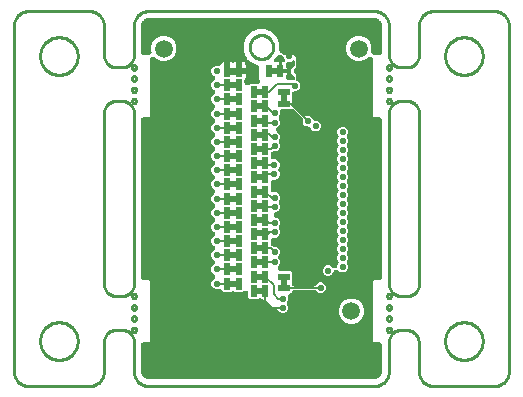
<source format=gbr>
G04 EAGLE Gerber RS-274X export*
G75*
%MOIN*%
%FSLAX34Y34*%
%LPD*%
%INBottom Copper*%
%IPPOS*%
%AMOC8*
5,1,8,0,0,1.08239X$1,22.5*%
G01*
%ADD10C,0.059055*%
%ADD11R,0.021654X0.039370*%
%ADD12R,0.023622X0.039370*%
%ADD13R,0.039370X0.021654*%
%ADD14R,0.039370X0.023622*%
%ADD15C,0.023000*%
%ADD16C,0.024000*%
%ADD17C,0.006000*%
%ADD18C,0.020000*%
%ADD19C,0.010000*%

G36*
X4001Y-10269D02*
X4001Y-10269D01*
X4010Y-10269D01*
X4043Y-10266D01*
X4043Y-10265D01*
X4052Y-10264D01*
X4060Y-10262D01*
X4061Y-10262D01*
X4071Y-10258D01*
X4132Y-10233D01*
X4137Y-10231D01*
X4142Y-10229D01*
X4145Y-10227D01*
X4148Y-10225D01*
X4152Y-10222D01*
X4156Y-10219D01*
X4160Y-10215D01*
X4162Y-10214D01*
X4163Y-10213D01*
X4165Y-10212D01*
X4212Y-10165D01*
X4215Y-10161D01*
X4218Y-10157D01*
X4220Y-10154D01*
X4223Y-10151D01*
X4225Y-10147D01*
X4228Y-10142D01*
X4231Y-10137D01*
X4232Y-10136D01*
X4232Y-10135D01*
X4233Y-10132D01*
X4258Y-10071D01*
X4259Y-10071D01*
X4261Y-10063D01*
X4264Y-10054D01*
X4266Y-10043D01*
X4269Y-10010D01*
X4269Y-10008D01*
X4269Y-10000D01*
X4269Y-9135D01*
X4269Y-9133D01*
X4269Y-9132D01*
X4268Y-9125D01*
X4268Y-9117D01*
X4267Y-9116D01*
X4267Y-9114D01*
X4265Y-9107D01*
X4263Y-9100D01*
X4262Y-9099D01*
X4262Y-9097D01*
X4259Y-9091D01*
X4255Y-9084D01*
X4254Y-9083D01*
X4254Y-9082D01*
X4249Y-9076D01*
X4245Y-9070D01*
X4244Y-9069D01*
X4243Y-9068D01*
X4238Y-9063D01*
X4232Y-9058D01*
X4231Y-9057D01*
X4230Y-9056D01*
X4224Y-9052D01*
X4218Y-9048D01*
X4216Y-9047D01*
X4215Y-9046D01*
X4208Y-9044D01*
X4202Y-9041D01*
X4200Y-9041D01*
X4198Y-9040D01*
X4191Y-9038D01*
X4184Y-9037D01*
X4183Y-9037D01*
X4181Y-9036D01*
X4170Y-9036D01*
X3985Y-9036D01*
X3964Y-9015D01*
X3964Y-6985D01*
X3985Y-6964D01*
X4170Y-6964D01*
X4172Y-6964D01*
X4173Y-6964D01*
X4180Y-6963D01*
X4188Y-6963D01*
X4189Y-6962D01*
X4191Y-6962D01*
X4198Y-6960D01*
X4205Y-6958D01*
X4206Y-6957D01*
X4208Y-6957D01*
X4214Y-6954D01*
X4221Y-6950D01*
X4222Y-6949D01*
X4223Y-6949D01*
X4229Y-6944D01*
X4235Y-6940D01*
X4236Y-6939D01*
X4237Y-6938D01*
X4242Y-6933D01*
X4247Y-6927D01*
X4248Y-6926D01*
X4249Y-6925D01*
X4253Y-6919D01*
X4257Y-6913D01*
X4258Y-6911D01*
X4259Y-6910D01*
X4261Y-6903D01*
X4264Y-6897D01*
X4264Y-6895D01*
X4265Y-6893D01*
X4267Y-6886D01*
X4268Y-6879D01*
X4268Y-6878D01*
X4269Y-6876D01*
X4269Y-6865D01*
X4269Y-1635D01*
X4269Y-1633D01*
X4269Y-1632D01*
X4268Y-1625D01*
X4268Y-1617D01*
X4267Y-1616D01*
X4267Y-1614D01*
X4265Y-1607D01*
X4263Y-1600D01*
X4262Y-1599D01*
X4262Y-1597D01*
X4259Y-1591D01*
X4255Y-1584D01*
X4254Y-1583D01*
X4254Y-1582D01*
X4249Y-1576D01*
X4245Y-1570D01*
X4244Y-1569D01*
X4243Y-1568D01*
X4238Y-1563D01*
X4232Y-1558D01*
X4231Y-1557D01*
X4230Y-1556D01*
X4224Y-1552D01*
X4218Y-1548D01*
X4216Y-1547D01*
X4215Y-1546D01*
X4208Y-1544D01*
X4202Y-1541D01*
X4200Y-1541D01*
X4198Y-1540D01*
X4191Y-1538D01*
X4184Y-1537D01*
X4183Y-1537D01*
X4181Y-1536D01*
X4170Y-1536D01*
X3985Y-1536D01*
X3964Y-1515D01*
X3964Y383D01*
X3964Y388D01*
X3964Y394D01*
X3963Y397D01*
X3963Y401D01*
X3961Y406D01*
X3960Y411D01*
X3959Y414D01*
X3958Y418D01*
X3956Y422D01*
X3954Y427D01*
X3952Y430D01*
X3950Y434D01*
X3947Y438D01*
X3945Y442D01*
X3942Y445D01*
X3940Y448D01*
X3936Y452D01*
X3933Y456D01*
X3930Y458D01*
X3927Y460D01*
X3923Y463D01*
X3919Y466D01*
X3916Y468D01*
X3913Y470D01*
X3908Y472D01*
X3903Y475D01*
X3900Y476D01*
X3897Y477D01*
X3891Y478D01*
X3886Y480D01*
X3883Y480D01*
X3879Y481D01*
X3874Y482D01*
X3869Y482D01*
X3865Y482D01*
X3862Y482D01*
X3857Y482D01*
X3851Y481D01*
X3848Y481D01*
X3844Y480D01*
X3839Y479D01*
X3834Y477D01*
X3831Y476D01*
X3827Y475D01*
X3823Y472D01*
X3818Y470D01*
X3815Y468D01*
X3812Y467D01*
X3807Y464D01*
X3803Y461D01*
X3799Y457D01*
X3798Y456D01*
X3797Y455D01*
X3795Y453D01*
X3737Y395D01*
X3583Y332D01*
X3417Y332D01*
X3263Y395D01*
X3145Y513D01*
X3082Y667D01*
X3082Y833D01*
X3145Y987D01*
X3263Y1105D01*
X3417Y1168D01*
X3583Y1168D01*
X3737Y1105D01*
X3855Y987D01*
X3918Y833D01*
X3918Y666D01*
X3917Y661D01*
X3916Y656D01*
X3915Y653D01*
X3914Y649D01*
X3914Y644D01*
X3913Y639D01*
X3914Y635D01*
X3913Y632D01*
X3914Y626D01*
X3914Y621D01*
X3915Y618D01*
X3916Y614D01*
X3917Y609D01*
X3918Y604D01*
X3920Y601D01*
X3921Y597D01*
X3923Y593D01*
X3925Y588D01*
X3927Y585D01*
X3929Y582D01*
X3932Y577D01*
X3935Y573D01*
X3938Y570D01*
X3940Y568D01*
X3944Y564D01*
X3947Y560D01*
X3950Y558D01*
X3953Y556D01*
X3957Y553D01*
X3962Y550D01*
X3965Y548D01*
X3968Y546D01*
X3973Y544D01*
X3978Y542D01*
X3981Y541D01*
X3984Y540D01*
X3989Y539D01*
X3995Y537D01*
X3998Y537D01*
X4001Y536D01*
X4012Y536D01*
X4013Y536D01*
X4170Y536D01*
X4172Y536D01*
X4173Y536D01*
X4180Y537D01*
X4188Y537D01*
X4189Y538D01*
X4191Y538D01*
X4198Y540D01*
X4205Y542D01*
X4206Y543D01*
X4208Y543D01*
X4214Y546D01*
X4221Y550D01*
X4222Y551D01*
X4223Y551D01*
X4229Y556D01*
X4235Y560D01*
X4236Y561D01*
X4237Y562D01*
X4242Y567D01*
X4247Y573D01*
X4248Y574D01*
X4249Y575D01*
X4253Y581D01*
X4257Y587D01*
X4258Y589D01*
X4259Y590D01*
X4261Y597D01*
X4264Y603D01*
X4264Y605D01*
X4265Y607D01*
X4267Y614D01*
X4268Y621D01*
X4268Y622D01*
X4269Y624D01*
X4269Y635D01*
X4269Y1500D01*
X4269Y1501D01*
X4269Y1510D01*
X4266Y1543D01*
X4265Y1543D01*
X4264Y1552D01*
X4262Y1560D01*
X4262Y1561D01*
X4258Y1571D01*
X4233Y1632D01*
X4231Y1637D01*
X4229Y1642D01*
X4227Y1645D01*
X4225Y1648D01*
X4222Y1652D01*
X4219Y1656D01*
X4215Y1660D01*
X4214Y1662D01*
X4213Y1663D01*
X4212Y1665D01*
X4165Y1712D01*
X4161Y1715D01*
X4157Y1718D01*
X4155Y1719D01*
X4155Y1720D01*
X4154Y1721D01*
X4151Y1723D01*
X4147Y1725D01*
X4142Y1728D01*
X4137Y1731D01*
X4136Y1732D01*
X4135Y1732D01*
X4132Y1733D01*
X4071Y1758D01*
X4071Y1759D01*
X4063Y1761D01*
X4054Y1764D01*
X4043Y1766D01*
X4010Y1769D01*
X4008Y1769D01*
X4000Y1769D01*
X-3500Y1769D01*
X-3501Y1769D01*
X-3510Y1769D01*
X-3543Y1766D01*
X-3543Y1765D01*
X-3552Y1764D01*
X-3560Y1762D01*
X-3561Y1762D01*
X-3571Y1758D01*
X-3632Y1733D01*
X-3637Y1731D01*
X-3642Y1729D01*
X-3645Y1727D01*
X-3646Y1726D01*
X-3648Y1725D01*
X-3652Y1722D01*
X-3656Y1719D01*
X-3659Y1716D01*
X-3660Y1716D01*
X-3661Y1715D01*
X-3662Y1714D01*
X-3663Y1713D01*
X-3665Y1712D01*
X-3712Y1665D01*
X-3715Y1661D01*
X-3718Y1657D01*
X-3720Y1654D01*
X-3723Y1651D01*
X-3725Y1647D01*
X-3728Y1642D01*
X-3731Y1637D01*
X-3732Y1636D01*
X-3732Y1635D01*
X-3733Y1632D01*
X-3758Y1571D01*
X-3759Y1571D01*
X-3761Y1562D01*
X-3764Y1554D01*
X-3766Y1543D01*
X-3769Y1510D01*
X-3769Y1508D01*
X-3769Y1500D01*
X-3769Y635D01*
X-3769Y633D01*
X-3769Y632D01*
X-3768Y625D01*
X-3768Y617D01*
X-3767Y616D01*
X-3767Y614D01*
X-3765Y607D01*
X-3763Y600D01*
X-3762Y599D01*
X-3762Y597D01*
X-3759Y591D01*
X-3755Y584D01*
X-3754Y583D01*
X-3754Y582D01*
X-3749Y576D01*
X-3745Y570D01*
X-3744Y569D01*
X-3743Y568D01*
X-3738Y563D01*
X-3732Y558D01*
X-3731Y557D01*
X-3730Y556D01*
X-3724Y552D01*
X-3718Y548D01*
X-3716Y547D01*
X-3715Y546D01*
X-3708Y544D01*
X-3702Y541D01*
X-3700Y541D01*
X-3698Y540D01*
X-3691Y538D01*
X-3684Y537D01*
X-3683Y537D01*
X-3681Y536D01*
X-3670Y536D01*
X-3513Y536D01*
X-3509Y536D01*
X-3506Y536D01*
X-3500Y537D01*
X-3495Y537D01*
X-3492Y538D01*
X-3488Y539D01*
X-3483Y541D01*
X-3478Y542D01*
X-3475Y543D01*
X-3472Y545D01*
X-3467Y547D01*
X-3462Y550D01*
X-3459Y552D01*
X-3456Y553D01*
X-3452Y557D01*
X-3448Y560D01*
X-3445Y562D01*
X-3443Y565D01*
X-3439Y569D01*
X-3435Y573D01*
X-3433Y575D01*
X-3431Y578D01*
X-3429Y583D01*
X-3426Y587D01*
X-3424Y590D01*
X-3422Y593D01*
X-3421Y599D01*
X-3418Y603D01*
X-3418Y607D01*
X-3416Y610D01*
X-3416Y615D01*
X-3414Y621D01*
X-3414Y624D01*
X-3414Y627D01*
X-3414Y633D01*
X-3413Y638D01*
X-3414Y642D01*
X-3414Y645D01*
X-3415Y650D01*
X-3416Y656D01*
X-3417Y659D01*
X-3417Y662D01*
X-3418Y666D01*
X-3418Y833D01*
X-3355Y987D01*
X-3237Y1105D01*
X-3083Y1168D01*
X-2917Y1168D01*
X-2763Y1105D01*
X-2645Y987D01*
X-2582Y833D01*
X-2582Y667D01*
X-2645Y513D01*
X-2763Y395D01*
X-2917Y332D01*
X-3083Y332D01*
X-3237Y395D01*
X-3295Y453D01*
X-3299Y457D01*
X-3303Y460D01*
X-3306Y462D01*
X-3308Y465D01*
X-3313Y467D01*
X-3317Y470D01*
X-3321Y472D01*
X-3324Y473D01*
X-3329Y475D01*
X-3333Y477D01*
X-3337Y478D01*
X-3340Y479D01*
X-3346Y480D01*
X-3351Y481D01*
X-3354Y481D01*
X-3358Y482D01*
X-3363Y482D01*
X-3368Y482D01*
X-3372Y482D01*
X-3375Y482D01*
X-3381Y481D01*
X-3386Y480D01*
X-3389Y479D01*
X-3393Y478D01*
X-3398Y476D01*
X-3403Y475D01*
X-3406Y473D01*
X-3409Y472D01*
X-3414Y469D01*
X-3418Y467D01*
X-3421Y465D01*
X-3424Y463D01*
X-3428Y459D01*
X-3432Y456D01*
X-3435Y453D01*
X-3437Y451D01*
X-3441Y447D01*
X-3444Y443D01*
X-3446Y440D01*
X-3448Y437D01*
X-3451Y432D01*
X-3454Y428D01*
X-3455Y425D01*
X-3457Y421D01*
X-3458Y416D01*
X-3460Y411D01*
X-3461Y408D01*
X-3462Y405D01*
X-3463Y399D01*
X-3464Y394D01*
X-3464Y389D01*
X-3464Y387D01*
X-3464Y386D01*
X-3464Y383D01*
X-3464Y-1515D01*
X-3485Y-1536D01*
X-3670Y-1536D01*
X-3672Y-1536D01*
X-3673Y-1536D01*
X-3680Y-1537D01*
X-3688Y-1537D01*
X-3689Y-1538D01*
X-3691Y-1538D01*
X-3698Y-1540D01*
X-3705Y-1542D01*
X-3706Y-1543D01*
X-3708Y-1543D01*
X-3714Y-1546D01*
X-3721Y-1550D01*
X-3722Y-1551D01*
X-3723Y-1551D01*
X-3729Y-1556D01*
X-3735Y-1560D01*
X-3736Y-1561D01*
X-3737Y-1562D01*
X-3742Y-1567D01*
X-3747Y-1573D01*
X-3748Y-1574D01*
X-3749Y-1575D01*
X-3753Y-1581D01*
X-3757Y-1587D01*
X-3758Y-1589D01*
X-3759Y-1590D01*
X-3761Y-1597D01*
X-3764Y-1603D01*
X-3764Y-1605D01*
X-3765Y-1607D01*
X-3767Y-1614D01*
X-3768Y-1621D01*
X-3768Y-1622D01*
X-3769Y-1624D01*
X-3769Y-1635D01*
X-3769Y-6865D01*
X-3769Y-6867D01*
X-3769Y-6868D01*
X-3768Y-6875D01*
X-3768Y-6883D01*
X-3767Y-6884D01*
X-3767Y-6886D01*
X-3765Y-6893D01*
X-3763Y-6900D01*
X-3762Y-6901D01*
X-3762Y-6903D01*
X-3759Y-6909D01*
X-3755Y-6916D01*
X-3754Y-6917D01*
X-3754Y-6918D01*
X-3749Y-6924D01*
X-3745Y-6930D01*
X-3744Y-6931D01*
X-3743Y-6932D01*
X-3738Y-6937D01*
X-3732Y-6942D01*
X-3731Y-6943D01*
X-3730Y-6944D01*
X-3724Y-6948D01*
X-3718Y-6952D01*
X-3716Y-6953D01*
X-3715Y-6954D01*
X-3708Y-6956D01*
X-3702Y-6959D01*
X-3700Y-6959D01*
X-3698Y-6960D01*
X-3691Y-6962D01*
X-3684Y-6963D01*
X-3683Y-6963D01*
X-3681Y-6964D01*
X-3670Y-6964D01*
X-3485Y-6964D01*
X-3464Y-6985D01*
X-3464Y-9015D01*
X-3485Y-9036D01*
X-3670Y-9036D01*
X-3672Y-9036D01*
X-3673Y-9036D01*
X-3680Y-9037D01*
X-3688Y-9037D01*
X-3689Y-9038D01*
X-3691Y-9038D01*
X-3698Y-9040D01*
X-3705Y-9042D01*
X-3706Y-9043D01*
X-3708Y-9043D01*
X-3714Y-9046D01*
X-3721Y-9050D01*
X-3722Y-9051D01*
X-3723Y-9051D01*
X-3729Y-9056D01*
X-3735Y-9060D01*
X-3736Y-9061D01*
X-3737Y-9062D01*
X-3742Y-9067D01*
X-3747Y-9073D01*
X-3748Y-9074D01*
X-3749Y-9075D01*
X-3753Y-9081D01*
X-3757Y-9087D01*
X-3758Y-9089D01*
X-3759Y-9090D01*
X-3761Y-9097D01*
X-3764Y-9103D01*
X-3764Y-9105D01*
X-3765Y-9107D01*
X-3767Y-9114D01*
X-3768Y-9121D01*
X-3768Y-9122D01*
X-3769Y-9124D01*
X-3769Y-9135D01*
X-3769Y-10000D01*
X-3769Y-10001D01*
X-3769Y-10010D01*
X-3766Y-10043D01*
X-3765Y-10043D01*
X-3764Y-10052D01*
X-3762Y-10060D01*
X-3762Y-10061D01*
X-3758Y-10071D01*
X-3733Y-10132D01*
X-3731Y-10137D01*
X-3729Y-10142D01*
X-3727Y-10145D01*
X-3725Y-10148D01*
X-3722Y-10152D01*
X-3719Y-10156D01*
X-3715Y-10160D01*
X-3714Y-10162D01*
X-3713Y-10163D01*
X-3712Y-10165D01*
X-3665Y-10212D01*
X-3661Y-10215D01*
X-3657Y-10218D01*
X-3654Y-10220D01*
X-3651Y-10223D01*
X-3647Y-10225D01*
X-3642Y-10228D01*
X-3637Y-10231D01*
X-3636Y-10232D01*
X-3635Y-10232D01*
X-3632Y-10233D01*
X-3571Y-10258D01*
X-3571Y-10259D01*
X-3563Y-10261D01*
X-3554Y-10264D01*
X-3543Y-10266D01*
X-3510Y-10269D01*
X-3508Y-10269D01*
X-3500Y-10269D01*
X4000Y-10269D01*
X4001Y-10269D01*
G37*
%LPC*%
G36*
X929Y-8066D02*
X929Y-8066D01*
X864Y-8039D01*
X812Y-7987D01*
X807Y-7980D01*
X801Y-7973D01*
X795Y-7967D01*
X788Y-7961D01*
X780Y-7956D01*
X773Y-7952D01*
X765Y-7948D01*
X757Y-7945D01*
X756Y-7945D01*
X748Y-7943D01*
X739Y-7942D01*
X728Y-7941D01*
X587Y-7941D01*
X333Y-7688D01*
X333Y-7685D01*
X333Y-7683D01*
X333Y-7681D01*
X332Y-7674D01*
X332Y-7667D01*
X331Y-7666D01*
X331Y-7664D01*
X329Y-7657D01*
X327Y-7650D01*
X326Y-7649D01*
X326Y-7647D01*
X322Y-7641D01*
X319Y-7634D01*
X318Y-7633D01*
X318Y-7631D01*
X313Y-7626D01*
X309Y-7620D01*
X308Y-7619D01*
X307Y-7617D01*
X301Y-7612D01*
X296Y-7607D01*
X295Y-7607D01*
X294Y-7605D01*
X288Y-7602D01*
X282Y-7598D01*
X280Y-7597D01*
X279Y-7596D01*
X272Y-7593D01*
X265Y-7591D01*
X264Y-7590D01*
X262Y-7590D01*
X255Y-7588D01*
X248Y-7586D01*
X247Y-7586D01*
X245Y-7586D01*
X241Y-7586D01*
X238Y-7584D01*
X237Y-7583D01*
X235Y-7583D01*
X228Y-7581D01*
X221Y-7578D01*
X220Y-7578D01*
X218Y-7577D01*
X211Y-7576D01*
X204Y-7575D01*
X202Y-7575D01*
X201Y-7575D01*
X194Y-7575D01*
X186Y-7576D01*
X185Y-7576D01*
X183Y-7576D01*
X176Y-7578D01*
X169Y-7579D01*
X168Y-7580D01*
X166Y-7580D01*
X159Y-7583D01*
X153Y-7585D01*
X-145Y-7585D01*
X-184Y-7547D01*
X-184Y-7418D01*
X-184Y-7413D01*
X-184Y-7408D01*
X-185Y-7404D01*
X-185Y-7400D01*
X-187Y-7395D01*
X-188Y-7390D01*
X-189Y-7387D01*
X-190Y-7383D01*
X-192Y-7379D01*
X-194Y-7374D01*
X-196Y-7371D01*
X-198Y-7367D01*
X-201Y-7363D01*
X-204Y-7359D01*
X-206Y-7356D01*
X-208Y-7353D01*
X-212Y-7349D01*
X-215Y-7346D01*
X-218Y-7343D01*
X-221Y-7341D01*
X-225Y-7338D01*
X-229Y-7335D01*
X-232Y-7333D01*
X-235Y-7331D01*
X-240Y-7329D01*
X-245Y-7326D01*
X-248Y-7325D01*
X-252Y-7324D01*
X-257Y-7323D01*
X-262Y-7321D01*
X-265Y-7321D01*
X-269Y-7320D01*
X-274Y-7320D01*
X-279Y-7319D01*
X-283Y-7319D01*
X-286Y-7319D01*
X-292Y-7319D01*
X-297Y-7320D01*
X-300Y-7321D01*
X-304Y-7321D01*
X-309Y-7323D01*
X-314Y-7324D01*
X-317Y-7325D01*
X-321Y-7326D01*
X-325Y-7329D01*
X-330Y-7331D01*
X-333Y-7333D01*
X-336Y-7334D01*
X-341Y-7338D01*
X-345Y-7340D01*
X-349Y-7344D01*
X-350Y-7345D01*
X-351Y-7346D01*
X-353Y-7348D01*
X-355Y-7349D01*
X-653Y-7349D01*
X-656Y-7348D01*
X-657Y-7347D01*
X-659Y-7346D01*
X-665Y-7344D01*
X-672Y-7342D01*
X-674Y-7342D01*
X-675Y-7341D01*
X-683Y-7340D01*
X-690Y-7339D01*
X-691Y-7339D01*
X-693Y-7339D01*
X-700Y-7339D01*
X-707Y-7339D01*
X-709Y-7340D01*
X-711Y-7340D01*
X-718Y-7341D01*
X-725Y-7343D01*
X-726Y-7343D01*
X-728Y-7344D01*
X-734Y-7347D01*
X-741Y-7349D01*
X-1019Y-7349D01*
X-1074Y-7295D01*
X-1075Y-7292D01*
X-1079Y-7288D01*
X-1082Y-7283D01*
X-1085Y-7281D01*
X-1087Y-7278D01*
X-1091Y-7275D01*
X-1095Y-7271D01*
X-1098Y-7269D01*
X-1100Y-7267D01*
X-1105Y-7264D01*
X-1109Y-7261D01*
X-1113Y-7260D01*
X-1116Y-7258D01*
X-1121Y-7256D01*
X-1126Y-7254D01*
X-1129Y-7253D01*
X-1132Y-7252D01*
X-1137Y-7251D01*
X-1143Y-7250D01*
X-1146Y-7250D01*
X-1150Y-7249D01*
X-1155Y-7249D01*
X-1160Y-7249D01*
X-1164Y-7249D01*
X-1167Y-7250D01*
X-1173Y-7251D01*
X-1178Y-7251D01*
X-1181Y-7252D01*
X-1185Y-7253D01*
X-1194Y-7256D01*
X-1195Y-7256D01*
X-1195Y-7257D01*
X-1209Y-7262D01*
X-1279Y-7262D01*
X-1344Y-7236D01*
X-1393Y-7186D01*
X-1420Y-7122D01*
X-1420Y-7052D01*
X-1393Y-6987D01*
X-1341Y-6935D01*
X-1339Y-6934D01*
X-1335Y-6931D01*
X-1330Y-6928D01*
X-1328Y-6925D01*
X-1325Y-6923D01*
X-1321Y-6919D01*
X-1318Y-6916D01*
X-1315Y-6913D01*
X-1313Y-6910D01*
X-1310Y-6905D01*
X-1307Y-6901D01*
X-1306Y-6898D01*
X-1304Y-6895D01*
X-1302Y-6890D01*
X-1300Y-6885D01*
X-1299Y-6882D01*
X-1297Y-6879D01*
X-1296Y-6873D01*
X-1295Y-6868D01*
X-1294Y-6865D01*
X-1294Y-6861D01*
X-1294Y-6856D01*
X-1293Y-6851D01*
X-1293Y-6847D01*
X-1293Y-6844D01*
X-1294Y-6838D01*
X-1295Y-6833D01*
X-1296Y-6830D01*
X-1296Y-6826D01*
X-1298Y-6821D01*
X-1299Y-6816D01*
X-1301Y-6813D01*
X-1302Y-6809D01*
X-1305Y-6805D01*
X-1307Y-6800D01*
X-1309Y-6797D01*
X-1311Y-6794D01*
X-1314Y-6790D01*
X-1317Y-6786D01*
X-1320Y-6783D01*
X-1322Y-6780D01*
X-1326Y-6777D01*
X-1330Y-6773D01*
X-1333Y-6771D01*
X-1336Y-6769D01*
X-1340Y-6766D01*
X-1341Y-6766D01*
X-1393Y-6714D01*
X-1420Y-6649D01*
X-1420Y-6579D01*
X-1393Y-6515D01*
X-1341Y-6463D01*
X-1339Y-6461D01*
X-1335Y-6458D01*
X-1330Y-6455D01*
X-1328Y-6453D01*
X-1325Y-6451D01*
X-1321Y-6447D01*
X-1318Y-6443D01*
X-1315Y-6440D01*
X-1313Y-6438D01*
X-1310Y-6433D01*
X-1307Y-6429D01*
X-1306Y-6426D01*
X-1304Y-6422D01*
X-1302Y-6418D01*
X-1300Y-6413D01*
X-1299Y-6409D01*
X-1297Y-6406D01*
X-1296Y-6401D01*
X-1295Y-6396D01*
X-1294Y-6392D01*
X-1294Y-6389D01*
X-1294Y-6384D01*
X-1293Y-6378D01*
X-1293Y-6375D01*
X-1293Y-6371D01*
X-1294Y-6366D01*
X-1295Y-6361D01*
X-1296Y-6357D01*
X-1296Y-6354D01*
X-1298Y-6349D01*
X-1299Y-6344D01*
X-1301Y-6340D01*
X-1302Y-6337D01*
X-1305Y-6332D01*
X-1307Y-6328D01*
X-1309Y-6325D01*
X-1311Y-6322D01*
X-1314Y-6318D01*
X-1317Y-6313D01*
X-1320Y-6311D01*
X-1322Y-6308D01*
X-1326Y-6305D01*
X-1330Y-6301D01*
X-1333Y-6299D01*
X-1336Y-6297D01*
X-1340Y-6294D01*
X-1341Y-6293D01*
X-1393Y-6241D01*
X-1420Y-6177D01*
X-1420Y-6107D01*
X-1393Y-6042D01*
X-1341Y-5990D01*
X-1339Y-5989D01*
X-1335Y-5986D01*
X-1330Y-5983D01*
X-1328Y-5980D01*
X-1325Y-5978D01*
X-1321Y-5974D01*
X-1318Y-5971D01*
X-1315Y-5968D01*
X-1313Y-5965D01*
X-1310Y-5961D01*
X-1307Y-5956D01*
X-1306Y-5953D01*
X-1304Y-5950D01*
X-1302Y-5945D01*
X-1300Y-5940D01*
X-1299Y-5937D01*
X-1297Y-5934D01*
X-1296Y-5928D01*
X-1295Y-5923D01*
X-1294Y-5920D01*
X-1294Y-5916D01*
X-1294Y-5911D01*
X-1293Y-5906D01*
X-1293Y-5902D01*
X-1293Y-5899D01*
X-1294Y-5893D01*
X-1295Y-5888D01*
X-1296Y-5885D01*
X-1296Y-5881D01*
X-1298Y-5876D01*
X-1299Y-5871D01*
X-1301Y-5868D01*
X-1302Y-5865D01*
X-1305Y-5860D01*
X-1307Y-5855D01*
X-1309Y-5852D01*
X-1311Y-5849D01*
X-1314Y-5845D01*
X-1317Y-5841D01*
X-1320Y-5838D01*
X-1322Y-5836D01*
X-1326Y-5832D01*
X-1330Y-5829D01*
X-1333Y-5827D01*
X-1336Y-5824D01*
X-1340Y-5822D01*
X-1341Y-5821D01*
X-1393Y-5769D01*
X-1420Y-5704D01*
X-1420Y-5634D01*
X-1393Y-5570D01*
X-1341Y-5518D01*
X-1339Y-5517D01*
X-1335Y-5513D01*
X-1330Y-5510D01*
X-1328Y-5508D01*
X-1325Y-5506D01*
X-1321Y-5502D01*
X-1318Y-5498D01*
X-1315Y-5495D01*
X-1313Y-5493D01*
X-1310Y-5488D01*
X-1307Y-5484D01*
X-1306Y-5481D01*
X-1304Y-5478D01*
X-1302Y-5473D01*
X-1300Y-5468D01*
X-1299Y-5465D01*
X-1297Y-5461D01*
X-1296Y-5456D01*
X-1295Y-5451D01*
X-1294Y-5447D01*
X-1294Y-5444D01*
X-1294Y-5439D01*
X-1293Y-5433D01*
X-1293Y-5430D01*
X-1293Y-5426D01*
X-1294Y-5421D01*
X-1295Y-5416D01*
X-1296Y-5412D01*
X-1296Y-5409D01*
X-1298Y-5404D01*
X-1299Y-5399D01*
X-1301Y-5395D01*
X-1302Y-5392D01*
X-1305Y-5388D01*
X-1307Y-5383D01*
X-1309Y-5380D01*
X-1311Y-5377D01*
X-1314Y-5373D01*
X-1317Y-5368D01*
X-1320Y-5366D01*
X-1322Y-5363D01*
X-1326Y-5360D01*
X-1330Y-5356D01*
X-1333Y-5354D01*
X-1336Y-5352D01*
X-1340Y-5349D01*
X-1341Y-5349D01*
X-1393Y-5296D01*
X-1420Y-5232D01*
X-1420Y-5162D01*
X-1393Y-5097D01*
X-1341Y-5045D01*
X-1339Y-5044D01*
X-1335Y-5041D01*
X-1330Y-5038D01*
X-1328Y-5036D01*
X-1325Y-5033D01*
X-1321Y-5029D01*
X-1318Y-5026D01*
X-1315Y-5023D01*
X-1313Y-5020D01*
X-1310Y-5016D01*
X-1307Y-5011D01*
X-1306Y-5008D01*
X-1304Y-5005D01*
X-1302Y-5000D01*
X-1300Y-4996D01*
X-1299Y-4992D01*
X-1297Y-4989D01*
X-1296Y-4984D01*
X-1295Y-4979D01*
X-1294Y-4975D01*
X-1294Y-4971D01*
X-1294Y-4966D01*
X-1293Y-4961D01*
X-1293Y-4957D01*
X-1293Y-4954D01*
X-1294Y-4949D01*
X-1295Y-4943D01*
X-1296Y-4940D01*
X-1296Y-4936D01*
X-1298Y-4931D01*
X-1299Y-4926D01*
X-1301Y-4923D01*
X-1302Y-4920D01*
X-1305Y-4915D01*
X-1307Y-4910D01*
X-1309Y-4907D01*
X-1311Y-4904D01*
X-1314Y-4900D01*
X-1317Y-4896D01*
X-1320Y-4893D01*
X-1322Y-4891D01*
X-1326Y-4887D01*
X-1330Y-4884D01*
X-1333Y-4882D01*
X-1336Y-4879D01*
X-1340Y-4877D01*
X-1341Y-4876D01*
X-1393Y-4824D01*
X-1420Y-4759D01*
X-1420Y-4689D01*
X-1393Y-4625D01*
X-1341Y-4573D01*
X-1339Y-4572D01*
X-1335Y-4568D01*
X-1330Y-4566D01*
X-1328Y-4563D01*
X-1325Y-4561D01*
X-1321Y-4557D01*
X-1318Y-4553D01*
X-1315Y-4550D01*
X-1313Y-4548D01*
X-1310Y-4543D01*
X-1307Y-4539D01*
X-1306Y-4536D01*
X-1304Y-4533D01*
X-1302Y-4528D01*
X-1300Y-4523D01*
X-1299Y-4520D01*
X-1297Y-4516D01*
X-1296Y-4511D01*
X-1295Y-4506D01*
X-1294Y-4503D01*
X-1294Y-4499D01*
X-1294Y-4494D01*
X-1293Y-4489D01*
X-1293Y-4485D01*
X-1293Y-4481D01*
X-1294Y-4476D01*
X-1295Y-4471D01*
X-1296Y-4467D01*
X-1296Y-4464D01*
X-1298Y-4459D01*
X-1299Y-4454D01*
X-1301Y-4451D01*
X-1302Y-4447D01*
X-1305Y-4443D01*
X-1307Y-4438D01*
X-1309Y-4435D01*
X-1311Y-4432D01*
X-1314Y-4428D01*
X-1317Y-4424D01*
X-1320Y-4421D01*
X-1322Y-4418D01*
X-1326Y-4415D01*
X-1330Y-4411D01*
X-1333Y-4409D01*
X-1336Y-4407D01*
X-1340Y-4404D01*
X-1341Y-4404D01*
X-1393Y-4352D01*
X-1420Y-4287D01*
X-1420Y-4217D01*
X-1393Y-4152D01*
X-1341Y-4101D01*
X-1339Y-4099D01*
X-1335Y-4096D01*
X-1330Y-4093D01*
X-1328Y-4091D01*
X-1325Y-4088D01*
X-1321Y-4085D01*
X-1318Y-4081D01*
X-1315Y-4078D01*
X-1313Y-4075D01*
X-1310Y-4071D01*
X-1307Y-4067D01*
X-1306Y-4063D01*
X-1304Y-4060D01*
X-1302Y-4055D01*
X-1300Y-4051D01*
X-1299Y-4047D01*
X-1297Y-4044D01*
X-1296Y-4039D01*
X-1295Y-4034D01*
X-1294Y-4030D01*
X-1294Y-4027D01*
X-1294Y-4021D01*
X-1293Y-4016D01*
X-1293Y-4012D01*
X-1293Y-4009D01*
X-1294Y-4004D01*
X-1295Y-3998D01*
X-1296Y-3995D01*
X-1296Y-3991D01*
X-1298Y-3987D01*
X-1299Y-3981D01*
X-1301Y-3978D01*
X-1302Y-3975D01*
X-1305Y-3970D01*
X-1307Y-3965D01*
X-1309Y-3963D01*
X-1311Y-3959D01*
X-1314Y-3955D01*
X-1317Y-3951D01*
X-1320Y-3949D01*
X-1322Y-3946D01*
X-1326Y-3942D01*
X-1330Y-3939D01*
X-1333Y-3937D01*
X-1336Y-3934D01*
X-1340Y-3932D01*
X-1341Y-3931D01*
X-1393Y-3879D01*
X-1420Y-3814D01*
X-1420Y-3745D01*
X-1393Y-3680D01*
X-1341Y-3628D01*
X-1339Y-3627D01*
X-1335Y-3624D01*
X-1330Y-3621D01*
X-1328Y-3618D01*
X-1325Y-3616D01*
X-1321Y-3612D01*
X-1318Y-3608D01*
X-1315Y-3606D01*
X-1313Y-3603D01*
X-1310Y-3598D01*
X-1307Y-3594D01*
X-1306Y-3591D01*
X-1304Y-3588D01*
X-1302Y-3583D01*
X-1300Y-3578D01*
X-1299Y-3575D01*
X-1297Y-3571D01*
X-1296Y-3566D01*
X-1295Y-3561D01*
X-1294Y-3558D01*
X-1294Y-3554D01*
X-1294Y-3549D01*
X-1293Y-3544D01*
X-1293Y-3540D01*
X-1293Y-3536D01*
X-1294Y-3531D01*
X-1295Y-3526D01*
X-1296Y-3523D01*
X-1296Y-3519D01*
X-1298Y-3514D01*
X-1299Y-3509D01*
X-1301Y-3506D01*
X-1302Y-3502D01*
X-1305Y-3498D01*
X-1307Y-3493D01*
X-1309Y-3490D01*
X-1311Y-3487D01*
X-1314Y-3483D01*
X-1317Y-3479D01*
X-1320Y-3476D01*
X-1322Y-3473D01*
X-1326Y-3470D01*
X-1330Y-3466D01*
X-1333Y-3464D01*
X-1336Y-3462D01*
X-1340Y-3459D01*
X-1341Y-3459D01*
X-1393Y-3407D01*
X-1420Y-3342D01*
X-1420Y-3272D01*
X-1393Y-3208D01*
X-1341Y-3156D01*
X-1339Y-3154D01*
X-1335Y-3151D01*
X-1330Y-3148D01*
X-1328Y-3146D01*
X-1325Y-3144D01*
X-1321Y-3140D01*
X-1318Y-3136D01*
X-1315Y-3133D01*
X-1313Y-3130D01*
X-1310Y-3126D01*
X-1307Y-3122D01*
X-1306Y-3118D01*
X-1304Y-3115D01*
X-1302Y-3111D01*
X-1300Y-3106D01*
X-1299Y-3102D01*
X-1297Y-3099D01*
X-1296Y-3094D01*
X-1295Y-3089D01*
X-1294Y-3085D01*
X-1294Y-3082D01*
X-1294Y-3076D01*
X-1293Y-3071D01*
X-1293Y-3068D01*
X-1293Y-3064D01*
X-1294Y-3059D01*
X-1295Y-3054D01*
X-1296Y-3050D01*
X-1296Y-3047D01*
X-1298Y-3042D01*
X-1299Y-3037D01*
X-1301Y-3033D01*
X-1302Y-3030D01*
X-1305Y-3025D01*
X-1307Y-3021D01*
X-1309Y-3018D01*
X-1311Y-3015D01*
X-1314Y-3010D01*
X-1317Y-3006D01*
X-1320Y-3004D01*
X-1322Y-3001D01*
X-1326Y-2998D01*
X-1330Y-2994D01*
X-1333Y-2992D01*
X-1336Y-2990D01*
X-1340Y-2987D01*
X-1341Y-2986D01*
X-1393Y-2934D01*
X-1420Y-2870D01*
X-1420Y-2800D01*
X-1393Y-2735D01*
X-1341Y-2683D01*
X-1339Y-2682D01*
X-1335Y-2679D01*
X-1330Y-2676D01*
X-1328Y-2673D01*
X-1325Y-2671D01*
X-1321Y-2667D01*
X-1318Y-2664D01*
X-1315Y-2661D01*
X-1313Y-2658D01*
X-1310Y-2654D01*
X-1307Y-2649D01*
X-1306Y-2646D01*
X-1304Y-2643D01*
X-1302Y-2638D01*
X-1300Y-2633D01*
X-1299Y-2630D01*
X-1297Y-2627D01*
X-1296Y-2621D01*
X-1295Y-2616D01*
X-1294Y-2613D01*
X-1294Y-2609D01*
X-1294Y-2604D01*
X-1293Y-2599D01*
X-1293Y-2595D01*
X-1293Y-2592D01*
X-1294Y-2586D01*
X-1295Y-2581D01*
X-1296Y-2578D01*
X-1296Y-2574D01*
X-1298Y-2569D01*
X-1299Y-2564D01*
X-1301Y-2561D01*
X-1302Y-2557D01*
X-1305Y-2553D01*
X-1307Y-2548D01*
X-1309Y-2545D01*
X-1311Y-2542D01*
X-1314Y-2538D01*
X-1317Y-2534D01*
X-1320Y-2531D01*
X-1322Y-2528D01*
X-1326Y-2525D01*
X-1330Y-2521D01*
X-1333Y-2519D01*
X-1336Y-2517D01*
X-1340Y-2514D01*
X-1341Y-2514D01*
X-1393Y-2462D01*
X-1420Y-2397D01*
X-1420Y-2327D01*
X-1393Y-2263D01*
X-1341Y-2211D01*
X-1339Y-2210D01*
X-1335Y-2206D01*
X-1330Y-2203D01*
X-1328Y-2201D01*
X-1325Y-2199D01*
X-1321Y-2195D01*
X-1318Y-2191D01*
X-1315Y-2188D01*
X-1313Y-2186D01*
X-1310Y-2181D01*
X-1307Y-2177D01*
X-1306Y-2174D01*
X-1304Y-2171D01*
X-1302Y-2166D01*
X-1300Y-2161D01*
X-1299Y-2157D01*
X-1297Y-2154D01*
X-1296Y-2149D01*
X-1295Y-2144D01*
X-1294Y-2140D01*
X-1294Y-2137D01*
X-1294Y-2132D01*
X-1293Y-2126D01*
X-1293Y-2123D01*
X-1293Y-2119D01*
X-1294Y-2114D01*
X-1295Y-2109D01*
X-1296Y-2105D01*
X-1296Y-2102D01*
X-1298Y-2097D01*
X-1299Y-2092D01*
X-1301Y-2088D01*
X-1302Y-2085D01*
X-1305Y-2080D01*
X-1307Y-2076D01*
X-1309Y-2073D01*
X-1311Y-2070D01*
X-1314Y-2066D01*
X-1317Y-2061D01*
X-1320Y-2059D01*
X-1322Y-2056D01*
X-1326Y-2053D01*
X-1330Y-2049D01*
X-1333Y-2047D01*
X-1336Y-2045D01*
X-1340Y-2042D01*
X-1341Y-2041D01*
X-1393Y-1989D01*
X-1420Y-1925D01*
X-1420Y-1855D01*
X-1393Y-1790D01*
X-1341Y-1738D01*
X-1339Y-1737D01*
X-1335Y-1734D01*
X-1330Y-1731D01*
X-1328Y-1728D01*
X-1325Y-1726D01*
X-1321Y-1722D01*
X-1318Y-1719D01*
X-1315Y-1716D01*
X-1313Y-1713D01*
X-1310Y-1709D01*
X-1307Y-1704D01*
X-1306Y-1701D01*
X-1304Y-1698D01*
X-1302Y-1693D01*
X-1300Y-1688D01*
X-1299Y-1685D01*
X-1297Y-1682D01*
X-1296Y-1677D01*
X-1295Y-1671D01*
X-1294Y-1668D01*
X-1294Y-1664D01*
X-1294Y-1659D01*
X-1293Y-1654D01*
X-1293Y-1650D01*
X-1293Y-1647D01*
X-1294Y-1641D01*
X-1295Y-1636D01*
X-1296Y-1633D01*
X-1296Y-1629D01*
X-1298Y-1624D01*
X-1299Y-1619D01*
X-1301Y-1616D01*
X-1302Y-1613D01*
X-1305Y-1608D01*
X-1307Y-1603D01*
X-1309Y-1600D01*
X-1311Y-1597D01*
X-1314Y-1593D01*
X-1317Y-1589D01*
X-1320Y-1586D01*
X-1322Y-1584D01*
X-1326Y-1580D01*
X-1330Y-1577D01*
X-1333Y-1575D01*
X-1336Y-1572D01*
X-1340Y-1570D01*
X-1341Y-1569D01*
X-1393Y-1517D01*
X-1420Y-1452D01*
X-1420Y-1382D01*
X-1393Y-1318D01*
X-1341Y-1266D01*
X-1339Y-1265D01*
X-1335Y-1261D01*
X-1330Y-1258D01*
X-1328Y-1256D01*
X-1325Y-1254D01*
X-1321Y-1250D01*
X-1318Y-1246D01*
X-1315Y-1243D01*
X-1313Y-1241D01*
X-1310Y-1236D01*
X-1307Y-1232D01*
X-1306Y-1229D01*
X-1304Y-1226D01*
X-1302Y-1221D01*
X-1300Y-1216D01*
X-1299Y-1213D01*
X-1297Y-1209D01*
X-1296Y-1204D01*
X-1295Y-1199D01*
X-1294Y-1195D01*
X-1294Y-1192D01*
X-1294Y-1187D01*
X-1293Y-1181D01*
X-1293Y-1178D01*
X-1293Y-1174D01*
X-1294Y-1169D01*
X-1295Y-1164D01*
X-1296Y-1160D01*
X-1296Y-1157D01*
X-1298Y-1152D01*
X-1299Y-1147D01*
X-1301Y-1144D01*
X-1302Y-1140D01*
X-1305Y-1136D01*
X-1307Y-1131D01*
X-1309Y-1128D01*
X-1311Y-1125D01*
X-1314Y-1121D01*
X-1317Y-1116D01*
X-1320Y-1114D01*
X-1322Y-1111D01*
X-1326Y-1108D01*
X-1330Y-1104D01*
X-1333Y-1102D01*
X-1336Y-1100D01*
X-1340Y-1097D01*
X-1341Y-1097D01*
X-1393Y-1044D01*
X-1420Y-980D01*
X-1420Y-910D01*
X-1393Y-845D01*
X-1341Y-793D01*
X-1339Y-792D01*
X-1335Y-789D01*
X-1330Y-786D01*
X-1328Y-784D01*
X-1325Y-781D01*
X-1321Y-777D01*
X-1318Y-774D01*
X-1315Y-771D01*
X-1313Y-768D01*
X-1310Y-764D01*
X-1307Y-760D01*
X-1306Y-756D01*
X-1304Y-753D01*
X-1302Y-748D01*
X-1300Y-744D01*
X-1299Y-740D01*
X-1297Y-737D01*
X-1296Y-732D01*
X-1295Y-727D01*
X-1294Y-723D01*
X-1294Y-719D01*
X-1294Y-714D01*
X-1293Y-709D01*
X-1293Y-705D01*
X-1293Y-702D01*
X-1294Y-697D01*
X-1295Y-691D01*
X-1296Y-688D01*
X-1296Y-684D01*
X-1298Y-679D01*
X-1299Y-674D01*
X-1301Y-671D01*
X-1302Y-668D01*
X-1305Y-663D01*
X-1307Y-658D01*
X-1309Y-655D01*
X-1311Y-652D01*
X-1314Y-648D01*
X-1317Y-644D01*
X-1320Y-641D01*
X-1322Y-639D01*
X-1326Y-635D01*
X-1330Y-632D01*
X-1333Y-630D01*
X-1336Y-627D01*
X-1340Y-625D01*
X-1341Y-624D01*
X-1393Y-572D01*
X-1420Y-507D01*
X-1420Y-437D01*
X-1393Y-373D01*
X-1341Y-321D01*
X-1339Y-320D01*
X-1335Y-317D01*
X-1330Y-314D01*
X-1328Y-311D01*
X-1325Y-309D01*
X-1321Y-305D01*
X-1318Y-301D01*
X-1315Y-298D01*
X-1313Y-296D01*
X-1310Y-291D01*
X-1307Y-287D01*
X-1306Y-284D01*
X-1304Y-281D01*
X-1302Y-276D01*
X-1300Y-271D01*
X-1299Y-268D01*
X-1297Y-264D01*
X-1296Y-259D01*
X-1295Y-254D01*
X-1294Y-251D01*
X-1294Y-247D01*
X-1294Y-242D01*
X-1293Y-237D01*
X-1293Y-233D01*
X-1293Y-229D01*
X-1294Y-224D01*
X-1295Y-219D01*
X-1296Y-215D01*
X-1296Y-212D01*
X-1298Y-207D01*
X-1299Y-202D01*
X-1301Y-199D01*
X-1302Y-195D01*
X-1305Y-191D01*
X-1307Y-186D01*
X-1309Y-183D01*
X-1311Y-180D01*
X-1314Y-176D01*
X-1317Y-172D01*
X-1320Y-169D01*
X-1322Y-166D01*
X-1326Y-163D01*
X-1330Y-159D01*
X-1333Y-157D01*
X-1336Y-155D01*
X-1340Y-152D01*
X-1341Y-152D01*
X-1393Y-100D01*
X-1420Y-35D01*
X-1420Y35D01*
X-1393Y100D01*
X-1344Y149D01*
X-1279Y176D01*
X-1207Y176D01*
X-1202Y174D01*
X-1201Y174D01*
X-1200Y174D01*
X-1192Y173D01*
X-1184Y172D01*
X-1183Y172D01*
X-1175Y172D01*
X-1167Y172D01*
X-1166Y173D01*
X-1165Y173D01*
X-1157Y174D01*
X-1149Y176D01*
X-1148Y177D01*
X-1141Y180D01*
X-1133Y183D01*
X-1132Y184D01*
X-1125Y188D01*
X-1118Y193D01*
X-1117Y193D01*
X-1111Y199D01*
X-1105Y205D01*
X-1104Y206D01*
X-1100Y212D01*
X-1095Y219D01*
X-1094Y220D01*
X-1091Y227D01*
X-1089Y231D01*
X-1073Y259D01*
X-1054Y277D01*
X-1031Y291D01*
X-1005Y298D01*
X-983Y298D01*
X-983Y0D01*
X-983Y-2D01*
X-983Y-3D01*
X-982Y-10D01*
X-982Y-18D01*
X-981Y-19D01*
X-981Y-21D01*
X-979Y-28D01*
X-977Y-35D01*
X-976Y-36D01*
X-976Y-38D01*
X-972Y-44D01*
X-969Y-51D01*
X-968Y-52D01*
X-968Y-53D01*
X-963Y-59D01*
X-959Y-65D01*
X-958Y-66D01*
X-957Y-67D01*
X-951Y-72D01*
X-946Y-77D01*
X-945Y-78D01*
X-944Y-79D01*
X-938Y-83D01*
X-932Y-87D01*
X-930Y-88D01*
X-929Y-89D01*
X-922Y-91D01*
X-915Y-94D01*
X-914Y-94D01*
X-912Y-95D01*
X-905Y-97D01*
X-898Y-98D01*
X-897Y-98D01*
X-895Y-99D01*
X-884Y-99D01*
X-500Y-99D01*
X-281Y-99D01*
X-281Y-210D01*
X-288Y-236D01*
X-303Y-261D01*
X-304Y-264D01*
X-305Y-266D01*
X-308Y-272D01*
X-310Y-277D01*
X-311Y-280D01*
X-312Y-283D01*
X-313Y-289D01*
X-315Y-295D01*
X-315Y-297D01*
X-316Y-300D01*
X-316Y-311D01*
X-316Y-377D01*
X-316Y-382D01*
X-316Y-388D01*
X-315Y-391D01*
X-315Y-395D01*
X-313Y-400D01*
X-312Y-405D01*
X-311Y-408D01*
X-310Y-412D01*
X-308Y-417D01*
X-306Y-421D01*
X-304Y-425D01*
X-302Y-428D01*
X-299Y-432D01*
X-296Y-437D01*
X-294Y-439D01*
X-292Y-442D01*
X-288Y-446D01*
X-285Y-450D01*
X-282Y-452D01*
X-279Y-454D01*
X-275Y-457D01*
X-271Y-461D01*
X-268Y-462D01*
X-265Y-464D01*
X-260Y-466D01*
X-255Y-469D01*
X-252Y-470D01*
X-248Y-471D01*
X-243Y-473D01*
X-238Y-474D01*
X-235Y-475D01*
X-231Y-475D01*
X-226Y-476D01*
X-221Y-476D01*
X-217Y-476D01*
X-214Y-476D01*
X-208Y-476D01*
X-203Y-476D01*
X-200Y-475D01*
X-196Y-474D01*
X-191Y-473D01*
X-186Y-472D01*
X-183Y-470D01*
X-179Y-469D01*
X-175Y-467D01*
X-170Y-465D01*
X-167Y-463D01*
X-164Y-461D01*
X-159Y-458D01*
X-155Y-455D01*
X-151Y-451D01*
X-150Y-450D01*
X-149Y-449D01*
X-147Y-447D01*
X-145Y-446D01*
X92Y-446D01*
X97Y-446D01*
X103Y-446D01*
X106Y-445D01*
X110Y-444D01*
X115Y-443D01*
X120Y-442D01*
X123Y-441D01*
X127Y-440D01*
X132Y-438D01*
X136Y-436D01*
X140Y-434D01*
X143Y-432D01*
X147Y-429D01*
X152Y-426D01*
X154Y-424D01*
X157Y-422D01*
X161Y-418D01*
X165Y-415D01*
X167Y-412D01*
X169Y-409D01*
X172Y-405D01*
X176Y-401D01*
X177Y-398D01*
X179Y-395D01*
X181Y-390D01*
X184Y-385D01*
X185Y-382D01*
X186Y-378D01*
X188Y-373D01*
X189Y-368D01*
X190Y-365D01*
X190Y-361D01*
X191Y-356D01*
X191Y-351D01*
X191Y-347D01*
X191Y-344D01*
X191Y-338D01*
X191Y-333D01*
X190Y-330D01*
X189Y-326D01*
X188Y-321D01*
X187Y-316D01*
X185Y-313D01*
X184Y-309D01*
X182Y-304D01*
X180Y-300D01*
X178Y-297D01*
X176Y-293D01*
X173Y-289D01*
X170Y-285D01*
X169Y-284D01*
X169Y124D01*
X168Y132D01*
X168Y141D01*
X165Y150D01*
X163Y158D01*
X159Y166D01*
X156Y174D01*
X155Y174D01*
X150Y181D01*
X145Y188D01*
X145Y189D01*
X139Y195D01*
X133Y201D01*
X132Y201D01*
X125Y206D01*
X118Y211D01*
X117Y211D01*
X108Y215D01*
X-87Y296D01*
X-122Y331D01*
X-122Y332D01*
X-123Y332D01*
X-129Y337D01*
X-135Y342D01*
X-136Y343D01*
X-143Y347D01*
X-151Y351D01*
X-152Y352D01*
X-160Y354D01*
X-167Y357D01*
X-168Y357D01*
X-177Y359D01*
X-185Y360D01*
X-186Y360D01*
X-194Y360D01*
X-202Y360D01*
X-203Y360D01*
X-204Y360D01*
X-212Y358D01*
X-220Y356D01*
X-221Y356D01*
X-224Y355D01*
X-224Y356D01*
X-221Y364D01*
X-221Y365D01*
X-220Y373D01*
X-219Y382D01*
X-219Y383D01*
X-219Y391D01*
X-219Y399D01*
X-219Y400D01*
X-221Y408D01*
X-223Y417D01*
X-223Y418D01*
X-227Y425D01*
X-230Y433D01*
X-230Y434D01*
X-235Y441D01*
X-239Y448D01*
X-240Y448D01*
X-240Y449D01*
X-248Y457D01*
X-254Y463D01*
X-344Y682D01*
X-344Y918D01*
X-254Y1137D01*
X-87Y1304D01*
X132Y1394D01*
X368Y1394D01*
X587Y1304D01*
X754Y1137D01*
X844Y918D01*
X844Y695D01*
X845Y686D01*
X846Y678D01*
X846Y677D01*
X848Y669D01*
X851Y661D01*
X851Y660D01*
X854Y652D01*
X858Y645D01*
X858Y644D01*
X863Y637D01*
X868Y630D01*
X869Y630D01*
X875Y624D01*
X881Y618D01*
X888Y613D01*
X896Y608D01*
X906Y603D01*
X967Y578D01*
X996Y549D01*
X1002Y544D01*
X1007Y540D01*
X1008Y539D01*
X1010Y537D01*
X1016Y534D01*
X1022Y530D01*
X1023Y529D01*
X1025Y528D01*
X1032Y526D01*
X1038Y524D01*
X1040Y523D01*
X1042Y523D01*
X1049Y521D01*
X1055Y520D01*
X1058Y520D01*
X1059Y520D01*
X1061Y520D01*
X1066Y519D01*
X1350Y519D01*
X1397Y472D01*
X1397Y-251D01*
X1398Y-260D01*
X1399Y-268D01*
X1399Y-269D01*
X1401Y-277D01*
X1403Y-285D01*
X1403Y-286D01*
X1407Y-294D01*
X1411Y-301D01*
X1411Y-302D01*
X1416Y-309D01*
X1421Y-316D01*
X1427Y-322D01*
X1434Y-328D01*
X1441Y-333D01*
X1448Y-338D01*
X1449Y-338D01*
X1458Y-343D01*
X1472Y-349D01*
X1521Y-398D01*
X1548Y-463D01*
X1548Y-532D01*
X1521Y-597D01*
X1472Y-646D01*
X1407Y-673D01*
X1362Y-673D01*
X1360Y-673D01*
X1359Y-673D01*
X1351Y-674D01*
X1344Y-675D01*
X1343Y-675D01*
X1341Y-675D01*
X1334Y-678D01*
X1327Y-679D01*
X1326Y-680D01*
X1324Y-681D01*
X1318Y-684D01*
X1311Y-687D01*
X1310Y-688D01*
X1308Y-689D01*
X1303Y-693D01*
X1297Y-697D01*
X1296Y-699D01*
X1295Y-700D01*
X1290Y-705D01*
X1285Y-710D01*
X1284Y-711D01*
X1283Y-713D01*
X1279Y-719D01*
X1275Y-725D01*
X1274Y-726D01*
X1273Y-728D01*
X1271Y-734D01*
X1268Y-741D01*
X1267Y-743D01*
X1267Y-744D01*
X1265Y-751D01*
X1264Y-758D01*
X1264Y-760D01*
X1263Y-761D01*
X1263Y-772D01*
X1263Y-862D01*
X1261Y-864D01*
X1261Y-866D01*
X1260Y-867D01*
X1258Y-874D01*
X1255Y-881D01*
X1255Y-883D01*
X1255Y-884D01*
X1254Y-891D01*
X1252Y-898D01*
X1252Y-900D01*
X1252Y-902D01*
X1253Y-909D01*
X1253Y-916D01*
X1253Y-918D01*
X1253Y-919D01*
X1255Y-926D01*
X1256Y-933D01*
X1257Y-935D01*
X1257Y-936D01*
X1260Y-943D01*
X1263Y-950D01*
X1263Y-1023D01*
X1263Y-1030D01*
X1264Y-1037D01*
X1264Y-1039D01*
X1264Y-1041D01*
X1266Y-1048D01*
X1268Y-1054D01*
X1268Y-1056D01*
X1269Y-1058D01*
X1272Y-1064D01*
X1275Y-1071D01*
X1276Y-1072D01*
X1276Y-1074D01*
X1280Y-1080D01*
X1284Y-1085D01*
X1286Y-1087D01*
X1287Y-1088D01*
X1288Y-1090D01*
X1292Y-1094D01*
X1667Y-1469D01*
X1674Y-1475D01*
X1680Y-1480D01*
X1688Y-1484D01*
X1695Y-1489D01*
X1696Y-1489D01*
X1704Y-1492D01*
X1712Y-1495D01*
X1721Y-1496D01*
X1729Y-1498D01*
X1730Y-1498D01*
X1739Y-1497D01*
X1747Y-1497D01*
X1756Y-1496D01*
X1757Y-1495D01*
X1832Y-1495D01*
X1897Y-1522D01*
X1946Y-1572D01*
X1958Y-1599D01*
X1962Y-1607D01*
X1966Y-1615D01*
X1971Y-1622D01*
X1977Y-1629D01*
X1983Y-1635D01*
X1990Y-1640D01*
X1990Y-1641D01*
X1997Y-1645D01*
X2005Y-1650D01*
X2013Y-1653D01*
X2021Y-1656D01*
X2030Y-1658D01*
X2038Y-1660D01*
X2039Y-1660D01*
X2050Y-1660D01*
X2091Y-1660D01*
X2156Y-1687D01*
X2205Y-1737D01*
X2232Y-1801D01*
X2232Y-1871D01*
X2205Y-1936D01*
X2156Y-1985D01*
X2091Y-2012D01*
X2021Y-2012D01*
X1957Y-1985D01*
X1907Y-1936D01*
X1896Y-1908D01*
X1892Y-1900D01*
X1888Y-1893D01*
X1882Y-1886D01*
X1877Y-1879D01*
X1870Y-1873D01*
X1864Y-1867D01*
X1856Y-1862D01*
X1849Y-1858D01*
X1849Y-1857D01*
X1841Y-1854D01*
X1833Y-1851D01*
X1832Y-1851D01*
X1824Y-1849D01*
X1815Y-1848D01*
X1815Y-1847D01*
X1814Y-1847D01*
X1804Y-1847D01*
X1762Y-1847D01*
X1698Y-1820D01*
X1648Y-1771D01*
X1622Y-1706D01*
X1622Y-1632D01*
X1623Y-1624D01*
X1624Y-1615D01*
X1624Y-1614D01*
X1624Y-1606D01*
X1623Y-1597D01*
X1621Y-1588D01*
X1619Y-1580D01*
X1619Y-1579D01*
X1616Y-1572D01*
X1612Y-1564D01*
X1612Y-1563D01*
X1607Y-1556D01*
X1602Y-1549D01*
X1602Y-1548D01*
X1595Y-1541D01*
X1343Y-1288D01*
X1341Y-1287D01*
X1340Y-1286D01*
X1335Y-1282D01*
X1329Y-1277D01*
X1328Y-1276D01*
X1326Y-1275D01*
X1320Y-1272D01*
X1314Y-1268D01*
X1312Y-1268D01*
X1311Y-1267D01*
X1304Y-1265D01*
X1297Y-1262D01*
X1296Y-1262D01*
X1294Y-1262D01*
X1287Y-1261D01*
X1280Y-1259D01*
X1278Y-1259D01*
X1276Y-1259D01*
X1269Y-1260D01*
X1262Y-1260D01*
X1260Y-1260D01*
X1259Y-1260D01*
X1252Y-1262D01*
X1245Y-1263D01*
X1243Y-1264D01*
X1242Y-1264D01*
X1236Y-1267D01*
X962Y-1267D01*
X961Y-1267D01*
X959Y-1267D01*
X952Y-1267D01*
X945Y-1268D01*
X943Y-1269D01*
X942Y-1269D01*
X935Y-1271D01*
X928Y-1273D01*
X926Y-1273D01*
X925Y-1274D01*
X918Y-1277D01*
X912Y-1280D01*
X911Y-1281D01*
X909Y-1282D01*
X903Y-1286D01*
X898Y-1291D01*
X896Y-1292D01*
X895Y-1293D01*
X890Y-1298D01*
X885Y-1303D01*
X884Y-1305D01*
X883Y-1306D01*
X879Y-1312D01*
X875Y-1318D01*
X875Y-1320D01*
X874Y-1321D01*
X871Y-1328D01*
X868Y-1334D01*
X868Y-1336D01*
X867Y-1337D01*
X866Y-1344D01*
X864Y-1351D01*
X864Y-1353D01*
X864Y-1355D01*
X863Y-1366D01*
X863Y-1441D01*
X831Y-1520D01*
X830Y-1521D01*
X829Y-1523D01*
X829Y-1524D01*
X826Y-1531D01*
X824Y-1538D01*
X824Y-1539D01*
X823Y-1541D01*
X822Y-1548D01*
X821Y-1555D01*
X821Y-1557D01*
X821Y-1559D01*
X821Y-1566D01*
X821Y-1573D01*
X822Y-1575D01*
X822Y-1576D01*
X823Y-1583D01*
X825Y-1590D01*
X825Y-1592D01*
X826Y-1593D01*
X828Y-1599D01*
X829Y-1601D01*
X831Y-1605D01*
X831Y-1607D01*
X863Y-1684D01*
X863Y-1754D01*
X836Y-1818D01*
X781Y-1874D01*
X778Y-1876D01*
X776Y-1878D01*
X773Y-1880D01*
X769Y-1884D01*
X765Y-1888D01*
X763Y-1891D01*
X761Y-1894D01*
X758Y-1898D01*
X755Y-1902D01*
X753Y-1906D01*
X752Y-1909D01*
X750Y-1913D01*
X747Y-1918D01*
X746Y-1922D01*
X745Y-1925D01*
X744Y-1930D01*
X743Y-1935D01*
X742Y-1939D01*
X742Y-1942D01*
X742Y-1948D01*
X741Y-1953D01*
X741Y-1956D01*
X741Y-1960D01*
X742Y-1965D01*
X743Y-1970D01*
X743Y-1974D01*
X744Y-1977D01*
X746Y-1982D01*
X747Y-1987D01*
X749Y-1991D01*
X750Y-1994D01*
X752Y-1999D01*
X755Y-2003D01*
X757Y-2006D01*
X759Y-2009D01*
X762Y-2013D01*
X765Y-2018D01*
X768Y-2020D01*
X770Y-2023D01*
X774Y-2026D01*
X778Y-2030D01*
X781Y-2032D01*
X836Y-2088D01*
X863Y-2153D01*
X863Y-2222D01*
X831Y-2301D01*
X830Y-2302D01*
X829Y-2304D01*
X829Y-2306D01*
X826Y-2312D01*
X824Y-2319D01*
X824Y-2321D01*
X823Y-2322D01*
X822Y-2329D01*
X821Y-2337D01*
X821Y-2338D01*
X821Y-2340D01*
X821Y-2347D01*
X821Y-2354D01*
X822Y-2356D01*
X822Y-2358D01*
X823Y-2365D01*
X825Y-2372D01*
X825Y-2373D01*
X826Y-2375D01*
X828Y-2380D01*
X829Y-2382D01*
X831Y-2387D01*
X831Y-2388D01*
X863Y-2465D01*
X863Y-2535D01*
X836Y-2600D01*
X787Y-2649D01*
X722Y-2676D01*
X657Y-2676D01*
X655Y-2676D01*
X654Y-2676D01*
X647Y-2677D01*
X640Y-2677D01*
X638Y-2678D01*
X636Y-2678D01*
X629Y-2680D01*
X622Y-2682D01*
X621Y-2683D01*
X619Y-2683D01*
X613Y-2686D01*
X607Y-2690D01*
X605Y-2691D01*
X604Y-2691D01*
X598Y-2696D01*
X592Y-2700D01*
X591Y-2701D01*
X590Y-2702D01*
X585Y-2707D01*
X580Y-2713D01*
X579Y-2714D01*
X578Y-2715D01*
X574Y-2721D01*
X570Y-2727D01*
X569Y-2729D01*
X569Y-2730D01*
X566Y-2737D01*
X563Y-2743D01*
X563Y-2745D01*
X562Y-2747D01*
X561Y-2754D01*
X559Y-2761D01*
X559Y-2762D01*
X558Y-2764D01*
X558Y-2775D01*
X558Y-2846D01*
X558Y-2847D01*
X558Y-2849D01*
X559Y-2856D01*
X559Y-2863D01*
X560Y-2865D01*
X560Y-2867D01*
X562Y-2874D01*
X564Y-2880D01*
X565Y-2882D01*
X565Y-2884D01*
X569Y-2890D01*
X572Y-2896D01*
X573Y-2898D01*
X573Y-2899D01*
X578Y-2905D01*
X582Y-2911D01*
X583Y-2912D01*
X584Y-2913D01*
X590Y-2918D01*
X595Y-2923D01*
X596Y-2924D01*
X597Y-2925D01*
X603Y-2929D01*
X609Y-2933D01*
X611Y-2934D01*
X612Y-2934D01*
X619Y-2937D01*
X626Y-2940D01*
X627Y-2940D01*
X629Y-2941D01*
X636Y-2942D01*
X643Y-2944D01*
X644Y-2944D01*
X646Y-2944D01*
X657Y-2945D01*
X717Y-2945D01*
X782Y-2972D01*
X832Y-3021D01*
X858Y-3086D01*
X858Y-3156D01*
X830Y-3224D01*
X829Y-3225D01*
X828Y-3227D01*
X827Y-3228D01*
X824Y-3235D01*
X820Y-3241D01*
X819Y-3242D01*
X819Y-3244D01*
X816Y-3251D01*
X814Y-3257D01*
X814Y-3259D01*
X813Y-3261D01*
X812Y-3268D01*
X811Y-3275D01*
X811Y-3277D01*
X811Y-3278D01*
X811Y-3285D01*
X812Y-3293D01*
X812Y-3294D01*
X812Y-3296D01*
X814Y-3303D01*
X815Y-3310D01*
X816Y-3311D01*
X816Y-3313D01*
X819Y-3320D01*
X821Y-3326D01*
X822Y-3328D01*
X823Y-3329D01*
X827Y-3335D01*
X830Y-3341D01*
X858Y-3408D01*
X858Y-3478D01*
X832Y-3543D01*
X782Y-3592D01*
X717Y-3619D01*
X657Y-3619D01*
X655Y-3619D01*
X654Y-3619D01*
X647Y-3620D01*
X640Y-3621D01*
X638Y-3621D01*
X636Y-3621D01*
X629Y-3623D01*
X622Y-3625D01*
X621Y-3626D01*
X619Y-3626D01*
X613Y-3630D01*
X607Y-3633D01*
X605Y-3634D01*
X604Y-3635D01*
X598Y-3639D01*
X592Y-3643D01*
X591Y-3644D01*
X590Y-3645D01*
X585Y-3651D01*
X580Y-3656D01*
X579Y-3657D01*
X578Y-3658D01*
X574Y-3665D01*
X570Y-3671D01*
X569Y-3672D01*
X569Y-3673D01*
X566Y-3680D01*
X563Y-3687D01*
X563Y-3688D01*
X562Y-3690D01*
X561Y-3697D01*
X559Y-3704D01*
X559Y-3706D01*
X558Y-3707D01*
X558Y-3718D01*
X558Y-3944D01*
X558Y-3945D01*
X558Y-3947D01*
X559Y-3954D01*
X559Y-3961D01*
X560Y-3963D01*
X560Y-3965D01*
X562Y-3971D01*
X564Y-3978D01*
X565Y-3980D01*
X565Y-3981D01*
X569Y-3988D01*
X572Y-3994D01*
X573Y-3996D01*
X573Y-3997D01*
X578Y-4003D01*
X582Y-4009D01*
X583Y-4010D01*
X584Y-4011D01*
X590Y-4016D01*
X595Y-4021D01*
X596Y-4022D01*
X597Y-4023D01*
X603Y-4027D01*
X609Y-4031D01*
X611Y-4031D01*
X612Y-4032D01*
X619Y-4035D01*
X626Y-4038D01*
X627Y-4038D01*
X629Y-4039D01*
X636Y-4040D01*
X643Y-4042D01*
X644Y-4042D01*
X646Y-4042D01*
X657Y-4043D01*
X722Y-4043D01*
X787Y-4070D01*
X836Y-4119D01*
X863Y-4184D01*
X863Y-4254D01*
X831Y-4332D01*
X830Y-4334D01*
X829Y-4335D01*
X829Y-4337D01*
X826Y-4344D01*
X824Y-4350D01*
X824Y-4352D01*
X823Y-4354D01*
X822Y-4361D01*
X821Y-4368D01*
X821Y-4369D01*
X821Y-4371D01*
X821Y-4378D01*
X821Y-4385D01*
X822Y-4387D01*
X822Y-4389D01*
X823Y-4396D01*
X825Y-4403D01*
X825Y-4404D01*
X826Y-4406D01*
X828Y-4412D01*
X829Y-4413D01*
X831Y-4418D01*
X831Y-4419D01*
X863Y-4496D01*
X863Y-4566D01*
X836Y-4631D01*
X787Y-4680D01*
X727Y-4705D01*
X722Y-4708D01*
X717Y-4710D01*
X714Y-4712D01*
X711Y-4713D01*
X707Y-4717D01*
X703Y-4719D01*
X700Y-4722D01*
X697Y-4724D01*
X694Y-4728D01*
X690Y-4732D01*
X688Y-4735D01*
X685Y-4737D01*
X683Y-4742D01*
X680Y-4746D01*
X678Y-4749D01*
X676Y-4752D01*
X674Y-4757D01*
X672Y-4762D01*
X671Y-4765D01*
X670Y-4769D01*
X669Y-4774D01*
X667Y-4779D01*
X667Y-4783D01*
X666Y-4786D01*
X666Y-4791D01*
X666Y-4797D01*
X666Y-4800D01*
X666Y-4804D01*
X667Y-4809D01*
X667Y-4814D01*
X668Y-4818D01*
X669Y-4821D01*
X670Y-4826D01*
X672Y-4831D01*
X673Y-4834D01*
X674Y-4838D01*
X677Y-4842D01*
X679Y-4847D01*
X681Y-4850D01*
X683Y-4853D01*
X686Y-4857D01*
X690Y-4862D01*
X692Y-4864D01*
X694Y-4867D01*
X698Y-4870D01*
X702Y-4874D01*
X705Y-4876D01*
X708Y-4878D01*
X712Y-4881D01*
X717Y-4884D01*
X722Y-4886D01*
X723Y-4887D01*
X725Y-4887D01*
X727Y-4889D01*
X787Y-4914D01*
X836Y-4963D01*
X863Y-5028D01*
X863Y-5097D01*
X831Y-5176D01*
X830Y-5177D01*
X829Y-5179D01*
X829Y-5180D01*
X826Y-5187D01*
X824Y-5194D01*
X824Y-5196D01*
X823Y-5197D01*
X822Y-5204D01*
X821Y-5211D01*
X821Y-5213D01*
X821Y-5215D01*
X821Y-5222D01*
X821Y-5229D01*
X822Y-5231D01*
X822Y-5232D01*
X823Y-5239D01*
X825Y-5246D01*
X825Y-5248D01*
X826Y-5250D01*
X828Y-5255D01*
X829Y-5257D01*
X831Y-5262D01*
X831Y-5263D01*
X863Y-5340D01*
X863Y-5410D01*
X836Y-5475D01*
X787Y-5524D01*
X722Y-5551D01*
X657Y-5551D01*
X655Y-5551D01*
X654Y-5551D01*
X647Y-5552D01*
X640Y-5552D01*
X638Y-5553D01*
X636Y-5553D01*
X629Y-5555D01*
X622Y-5557D01*
X621Y-5558D01*
X619Y-5558D01*
X613Y-5561D01*
X607Y-5565D01*
X605Y-5566D01*
X604Y-5566D01*
X598Y-5571D01*
X592Y-5575D01*
X591Y-5576D01*
X590Y-5577D01*
X585Y-5582D01*
X580Y-5588D01*
X579Y-5589D01*
X578Y-5590D01*
X574Y-5596D01*
X570Y-5602D01*
X569Y-5604D01*
X569Y-5605D01*
X566Y-5612D01*
X563Y-5618D01*
X563Y-5620D01*
X562Y-5622D01*
X561Y-5629D01*
X559Y-5636D01*
X559Y-5637D01*
X558Y-5639D01*
X558Y-5650D01*
X558Y-5756D01*
X558Y-5758D01*
X558Y-5760D01*
X559Y-5767D01*
X559Y-5774D01*
X560Y-5775D01*
X560Y-5777D01*
X562Y-5784D01*
X564Y-5791D01*
X565Y-5792D01*
X565Y-5794D01*
X569Y-5800D01*
X572Y-5807D01*
X573Y-5808D01*
X573Y-5810D01*
X578Y-5815D01*
X582Y-5821D01*
X583Y-5822D01*
X584Y-5824D01*
X590Y-5828D01*
X595Y-5833D01*
X596Y-5834D01*
X597Y-5835D01*
X603Y-5839D01*
X609Y-5843D01*
X611Y-5844D01*
X612Y-5845D01*
X619Y-5847D01*
X626Y-5850D01*
X627Y-5851D01*
X629Y-5851D01*
X636Y-5853D01*
X643Y-5854D01*
X644Y-5855D01*
X646Y-5855D01*
X657Y-5856D01*
X722Y-5856D01*
X787Y-5882D01*
X836Y-5932D01*
X863Y-5996D01*
X863Y-6066D01*
X836Y-6131D01*
X834Y-6133D01*
X833Y-6134D01*
X832Y-6135D01*
X828Y-6141D01*
X823Y-6146D01*
X822Y-6148D01*
X821Y-6149D01*
X818Y-6156D01*
X814Y-6162D01*
X814Y-6163D01*
X813Y-6165D01*
X811Y-6172D01*
X808Y-6178D01*
X808Y-6180D01*
X808Y-6182D01*
X807Y-6189D01*
X806Y-6196D01*
X806Y-6198D01*
X805Y-6199D01*
X806Y-6206D01*
X806Y-6214D01*
X806Y-6215D01*
X806Y-6217D01*
X808Y-6224D01*
X809Y-6231D01*
X810Y-6232D01*
X810Y-6234D01*
X813Y-6241D01*
X816Y-6247D01*
X817Y-6249D01*
X817Y-6250D01*
X821Y-6256D01*
X825Y-6262D01*
X826Y-6264D01*
X827Y-6265D01*
X834Y-6273D01*
X836Y-6275D01*
X863Y-6340D01*
X863Y-6410D01*
X836Y-6475D01*
X814Y-6497D01*
X811Y-6501D01*
X807Y-6505D01*
X805Y-6508D01*
X803Y-6511D01*
X800Y-6515D01*
X797Y-6520D01*
X796Y-6523D01*
X794Y-6526D01*
X792Y-6531D01*
X790Y-6536D01*
X789Y-6539D01*
X788Y-6543D01*
X787Y-6548D01*
X786Y-6553D01*
X786Y-6557D01*
X785Y-6560D01*
X785Y-6565D01*
X785Y-6571D01*
X785Y-6574D01*
X785Y-6578D01*
X786Y-6583D01*
X787Y-6588D01*
X788Y-6592D01*
X789Y-6595D01*
X791Y-6600D01*
X792Y-6605D01*
X794Y-6608D01*
X795Y-6612D01*
X798Y-6616D01*
X800Y-6621D01*
X803Y-6623D01*
X805Y-6627D01*
X808Y-6630D01*
X811Y-6635D01*
X814Y-6637D01*
X816Y-6640D01*
X820Y-6643D01*
X824Y-6646D01*
X827Y-6648D01*
X830Y-6651D01*
X835Y-6653D01*
X839Y-6656D01*
X843Y-6657D01*
X846Y-6659D01*
X851Y-6660D01*
X856Y-6662D01*
X859Y-6663D01*
X863Y-6664D01*
X868Y-6665D01*
X873Y-6666D01*
X878Y-6666D01*
X880Y-6666D01*
X882Y-6666D01*
X884Y-6667D01*
X1224Y-6667D01*
X1263Y-6705D01*
X1263Y-7004D01*
X1261Y-7006D01*
X1261Y-7008D01*
X1260Y-7009D01*
X1258Y-7016D01*
X1255Y-7023D01*
X1255Y-7024D01*
X1255Y-7026D01*
X1254Y-7033D01*
X1252Y-7040D01*
X1252Y-7042D01*
X1252Y-7043D01*
X1253Y-7050D01*
X1253Y-7058D01*
X1253Y-7059D01*
X1253Y-7061D01*
X1255Y-7068D01*
X1256Y-7075D01*
X1257Y-7077D01*
X1257Y-7078D01*
X1260Y-7085D01*
X1263Y-7091D01*
X1263Y-7093D01*
X1264Y-7095D01*
X1264Y-7102D01*
X1265Y-7103D01*
X1265Y-7105D01*
X1267Y-7112D01*
X1269Y-7119D01*
X1270Y-7120D01*
X1270Y-7122D01*
X1273Y-7128D01*
X1276Y-7135D01*
X1277Y-7136D01*
X1278Y-7138D01*
X1283Y-7143D01*
X1287Y-7149D01*
X1288Y-7150D01*
X1289Y-7152D01*
X1294Y-7156D01*
X1299Y-7161D01*
X1301Y-7162D01*
X1302Y-7163D01*
X1308Y-7167D01*
X1314Y-7171D01*
X1316Y-7172D01*
X1317Y-7173D01*
X1324Y-7175D01*
X1330Y-7178D01*
X1332Y-7179D01*
X1333Y-7179D01*
X1340Y-7181D01*
X1347Y-7182D01*
X1349Y-7183D01*
X1351Y-7183D01*
X1362Y-7184D01*
X1977Y-7184D01*
X1985Y-7183D01*
X1994Y-7182D01*
X2003Y-7180D01*
X2011Y-7177D01*
X2019Y-7174D01*
X2027Y-7170D01*
X2034Y-7165D01*
X2041Y-7160D01*
X2042Y-7159D01*
X2048Y-7153D01*
X2054Y-7147D01*
X2059Y-7140D01*
X2064Y-7132D01*
X2068Y-7122D01*
X2070Y-7119D01*
X2119Y-7070D01*
X2184Y-7043D01*
X2254Y-7043D01*
X2318Y-7070D01*
X2368Y-7119D01*
X2394Y-7184D01*
X2394Y-7254D01*
X2368Y-7318D01*
X2318Y-7368D01*
X2254Y-7394D01*
X2184Y-7394D01*
X2119Y-7368D01*
X2066Y-7314D01*
X2060Y-7310D01*
X2055Y-7305D01*
X2053Y-7304D01*
X2052Y-7303D01*
X2046Y-7299D01*
X2040Y-7296D01*
X2038Y-7295D01*
X2037Y-7294D01*
X2030Y-7292D01*
X2024Y-7289D01*
X2022Y-7289D01*
X2020Y-7288D01*
X2013Y-7287D01*
X2006Y-7286D01*
X2004Y-7285D01*
X2003Y-7285D01*
X2001Y-7285D01*
X1995Y-7285D01*
X1362Y-7285D01*
X1360Y-7285D01*
X1359Y-7285D01*
X1351Y-7286D01*
X1344Y-7287D01*
X1343Y-7287D01*
X1341Y-7287D01*
X1334Y-7289D01*
X1327Y-7291D01*
X1326Y-7292D01*
X1324Y-7292D01*
X1318Y-7296D01*
X1311Y-7299D01*
X1310Y-7300D01*
X1308Y-7301D01*
X1303Y-7305D01*
X1297Y-7309D01*
X1296Y-7310D01*
X1295Y-7311D01*
X1290Y-7317D01*
X1285Y-7322D01*
X1284Y-7323D01*
X1283Y-7324D01*
X1279Y-7331D01*
X1275Y-7337D01*
X1274Y-7338D01*
X1273Y-7339D01*
X1271Y-7346D01*
X1268Y-7353D01*
X1267Y-7354D01*
X1267Y-7356D01*
X1265Y-7363D01*
X1264Y-7368D01*
X1224Y-7409D01*
X1218Y-7409D01*
X1213Y-7410D01*
X1210Y-7411D01*
X1206Y-7411D01*
X1201Y-7413D01*
X1196Y-7415D01*
X1193Y-7416D01*
X1190Y-7417D01*
X1185Y-7420D01*
X1180Y-7422D01*
X1177Y-7424D01*
X1174Y-7426D01*
X1170Y-7429D01*
X1166Y-7432D01*
X1163Y-7435D01*
X1161Y-7437D01*
X1157Y-7441D01*
X1154Y-7445D01*
X1152Y-7448D01*
X1149Y-7451D01*
X1147Y-7455D01*
X1144Y-7460D01*
X1142Y-7463D01*
X1141Y-7466D01*
X1139Y-7471D01*
X1137Y-7476D01*
X1136Y-7479D01*
X1135Y-7483D01*
X1134Y-7488D01*
X1132Y-7493D01*
X1132Y-7497D01*
X1132Y-7500D01*
X1132Y-7505D01*
X1131Y-7511D01*
X1132Y-7514D01*
X1132Y-7518D01*
X1133Y-7523D01*
X1134Y-7528D01*
X1135Y-7532D01*
X1135Y-7535D01*
X1139Y-7545D01*
X1139Y-7546D01*
X1144Y-7559D01*
X1144Y-7629D01*
X1111Y-7710D01*
X1109Y-7717D01*
X1106Y-7723D01*
X1106Y-7725D01*
X1106Y-7727D01*
X1105Y-7734D01*
X1104Y-7741D01*
X1104Y-7742D01*
X1103Y-7744D01*
X1104Y-7751D01*
X1104Y-7758D01*
X1104Y-7760D01*
X1104Y-7762D01*
X1106Y-7769D01*
X1107Y-7776D01*
X1108Y-7778D01*
X1108Y-7779D01*
X1109Y-7781D01*
X1111Y-7786D01*
X1140Y-7855D01*
X1140Y-7925D01*
X1113Y-7990D01*
X1063Y-8039D01*
X999Y-8066D01*
X929Y-8066D01*
G37*
%LPD*%
%LPC*%
G36*
X2434Y-6832D02*
X2434Y-6832D01*
X2369Y-6805D01*
X2320Y-6756D01*
X2293Y-6691D01*
X2293Y-6621D01*
X2320Y-6557D01*
X2369Y-6507D01*
X2434Y-6481D01*
X2504Y-6481D01*
X2568Y-6507D01*
X2612Y-6551D01*
X2614Y-6553D01*
X2617Y-6555D01*
X2621Y-6558D01*
X2625Y-6562D01*
X2628Y-6564D01*
X2631Y-6566D01*
X2636Y-6568D01*
X2640Y-6571D01*
X2644Y-6572D01*
X2647Y-6573D01*
X2652Y-6575D01*
X2657Y-6576D01*
X2661Y-6577D01*
X2664Y-6578D01*
X2669Y-6578D01*
X2675Y-6579D01*
X2678Y-6579D01*
X2681Y-6580D01*
X2687Y-6579D01*
X2692Y-6579D01*
X2696Y-6578D01*
X2699Y-6578D01*
X2704Y-6577D01*
X2710Y-6576D01*
X2713Y-6574D01*
X2716Y-6573D01*
X2721Y-6571D01*
X2726Y-6569D01*
X2729Y-6567D01*
X2732Y-6566D01*
X2736Y-6563D01*
X2741Y-6560D01*
X2744Y-6558D01*
X2746Y-6556D01*
X2750Y-6552D01*
X2754Y-6548D01*
X2756Y-6545D01*
X2759Y-6543D01*
X2762Y-6539D01*
X2765Y-6534D01*
X2767Y-6531D01*
X2769Y-6528D01*
X2773Y-6519D01*
X2773Y-6518D01*
X2812Y-6424D01*
X2814Y-6418D01*
X2817Y-6411D01*
X2817Y-6409D01*
X2818Y-6407D01*
X2819Y-6401D01*
X2820Y-6394D01*
X2820Y-6392D01*
X2820Y-6390D01*
X2820Y-6383D01*
X2819Y-6376D01*
X2819Y-6374D01*
X2819Y-6372D01*
X2817Y-6365D01*
X2816Y-6359D01*
X2815Y-6356D01*
X2815Y-6355D01*
X2814Y-6353D01*
X2812Y-6348D01*
X2781Y-6271D01*
X2781Y-6201D01*
X2812Y-6124D01*
X2814Y-6118D01*
X2817Y-6111D01*
X2817Y-6109D01*
X2818Y-6107D01*
X2819Y-6101D01*
X2820Y-6094D01*
X2820Y-6092D01*
X2820Y-6090D01*
X2820Y-6083D01*
X2819Y-6076D01*
X2819Y-6074D01*
X2819Y-6072D01*
X2817Y-6066D01*
X2816Y-6059D01*
X2815Y-6056D01*
X2815Y-6055D01*
X2814Y-6053D01*
X2812Y-6048D01*
X2781Y-5971D01*
X2781Y-5901D01*
X2812Y-5824D01*
X2814Y-5818D01*
X2817Y-5811D01*
X2817Y-5809D01*
X2818Y-5807D01*
X2819Y-5801D01*
X2820Y-5794D01*
X2820Y-5792D01*
X2820Y-5790D01*
X2820Y-5783D01*
X2819Y-5776D01*
X2819Y-5774D01*
X2819Y-5772D01*
X2817Y-5766D01*
X2816Y-5759D01*
X2815Y-5756D01*
X2815Y-5755D01*
X2814Y-5753D01*
X2812Y-5748D01*
X2781Y-5671D01*
X2781Y-5601D01*
X2812Y-5524D01*
X2814Y-5518D01*
X2817Y-5511D01*
X2817Y-5509D01*
X2818Y-5507D01*
X2819Y-5501D01*
X2820Y-5494D01*
X2820Y-5492D01*
X2820Y-5490D01*
X2820Y-5483D01*
X2819Y-5476D01*
X2819Y-5474D01*
X2819Y-5472D01*
X2817Y-5466D01*
X2816Y-5459D01*
X2815Y-5456D01*
X2815Y-5455D01*
X2814Y-5453D01*
X2812Y-5448D01*
X2781Y-5371D01*
X2781Y-5301D01*
X2812Y-5224D01*
X2814Y-5218D01*
X2817Y-5211D01*
X2817Y-5209D01*
X2818Y-5207D01*
X2819Y-5201D01*
X2820Y-5194D01*
X2820Y-5192D01*
X2820Y-5190D01*
X2820Y-5183D01*
X2819Y-5176D01*
X2819Y-5174D01*
X2819Y-5172D01*
X2817Y-5166D01*
X2816Y-5159D01*
X2815Y-5156D01*
X2815Y-5155D01*
X2814Y-5153D01*
X2812Y-5148D01*
X2781Y-5071D01*
X2781Y-5001D01*
X2812Y-4924D01*
X2814Y-4918D01*
X2817Y-4911D01*
X2817Y-4909D01*
X2818Y-4907D01*
X2819Y-4901D01*
X2820Y-4894D01*
X2820Y-4892D01*
X2820Y-4890D01*
X2820Y-4883D01*
X2819Y-4876D01*
X2819Y-4874D01*
X2819Y-4872D01*
X2817Y-4866D01*
X2816Y-4859D01*
X2815Y-4856D01*
X2815Y-4855D01*
X2814Y-4853D01*
X2812Y-4848D01*
X2781Y-4771D01*
X2781Y-4701D01*
X2812Y-4624D01*
X2814Y-4618D01*
X2817Y-4611D01*
X2817Y-4609D01*
X2818Y-4607D01*
X2819Y-4601D01*
X2820Y-4594D01*
X2820Y-4592D01*
X2820Y-4590D01*
X2820Y-4583D01*
X2819Y-4576D01*
X2819Y-4574D01*
X2819Y-4572D01*
X2817Y-4566D01*
X2816Y-4559D01*
X2815Y-4556D01*
X2815Y-4555D01*
X2814Y-4553D01*
X2812Y-4548D01*
X2781Y-4471D01*
X2781Y-4401D01*
X2812Y-4324D01*
X2814Y-4318D01*
X2817Y-4311D01*
X2817Y-4309D01*
X2818Y-4307D01*
X2819Y-4301D01*
X2820Y-4294D01*
X2820Y-4292D01*
X2820Y-4290D01*
X2820Y-4283D01*
X2819Y-4276D01*
X2819Y-4274D01*
X2819Y-4272D01*
X2817Y-4266D01*
X2816Y-4259D01*
X2815Y-4256D01*
X2815Y-4255D01*
X2814Y-4253D01*
X2812Y-4248D01*
X2781Y-4171D01*
X2781Y-4101D01*
X2812Y-4024D01*
X2814Y-4018D01*
X2817Y-4011D01*
X2817Y-4009D01*
X2818Y-4007D01*
X2819Y-4001D01*
X2820Y-3994D01*
X2820Y-3992D01*
X2820Y-3990D01*
X2820Y-3983D01*
X2819Y-3976D01*
X2819Y-3974D01*
X2819Y-3972D01*
X2817Y-3966D01*
X2816Y-3959D01*
X2815Y-3956D01*
X2815Y-3955D01*
X2814Y-3953D01*
X2812Y-3948D01*
X2781Y-3871D01*
X2781Y-3801D01*
X2812Y-3724D01*
X2814Y-3718D01*
X2817Y-3711D01*
X2817Y-3709D01*
X2818Y-3707D01*
X2819Y-3701D01*
X2820Y-3694D01*
X2820Y-3692D01*
X2820Y-3690D01*
X2820Y-3683D01*
X2819Y-3676D01*
X2819Y-3674D01*
X2819Y-3672D01*
X2817Y-3666D01*
X2816Y-3659D01*
X2815Y-3656D01*
X2815Y-3655D01*
X2814Y-3653D01*
X2812Y-3648D01*
X2781Y-3571D01*
X2781Y-3501D01*
X2812Y-3424D01*
X2814Y-3418D01*
X2817Y-3411D01*
X2817Y-3409D01*
X2818Y-3407D01*
X2819Y-3401D01*
X2820Y-3394D01*
X2820Y-3392D01*
X2820Y-3390D01*
X2820Y-3383D01*
X2819Y-3376D01*
X2819Y-3374D01*
X2819Y-3372D01*
X2817Y-3366D01*
X2816Y-3359D01*
X2815Y-3356D01*
X2815Y-3355D01*
X2814Y-3353D01*
X2812Y-3348D01*
X2781Y-3271D01*
X2781Y-3201D01*
X2812Y-3124D01*
X2814Y-3118D01*
X2817Y-3111D01*
X2817Y-3109D01*
X2818Y-3107D01*
X2819Y-3101D01*
X2820Y-3094D01*
X2820Y-3092D01*
X2820Y-3090D01*
X2820Y-3083D01*
X2819Y-3076D01*
X2819Y-3074D01*
X2819Y-3072D01*
X2817Y-3066D01*
X2816Y-3059D01*
X2815Y-3056D01*
X2815Y-3055D01*
X2814Y-3053D01*
X2812Y-3048D01*
X2781Y-2971D01*
X2781Y-2901D01*
X2812Y-2824D01*
X2814Y-2818D01*
X2817Y-2811D01*
X2817Y-2809D01*
X2818Y-2807D01*
X2819Y-2801D01*
X2820Y-2794D01*
X2820Y-2792D01*
X2820Y-2790D01*
X2820Y-2783D01*
X2819Y-2776D01*
X2819Y-2774D01*
X2819Y-2772D01*
X2817Y-2766D01*
X2816Y-2759D01*
X2815Y-2756D01*
X2815Y-2755D01*
X2814Y-2753D01*
X2812Y-2748D01*
X2781Y-2671D01*
X2781Y-2601D01*
X2812Y-2524D01*
X2814Y-2518D01*
X2817Y-2511D01*
X2817Y-2509D01*
X2818Y-2507D01*
X2819Y-2501D01*
X2820Y-2494D01*
X2820Y-2492D01*
X2820Y-2490D01*
X2820Y-2483D01*
X2819Y-2476D01*
X2819Y-2474D01*
X2819Y-2472D01*
X2817Y-2465D01*
X2816Y-2459D01*
X2815Y-2456D01*
X2815Y-2455D01*
X2814Y-2453D01*
X2812Y-2448D01*
X2781Y-2371D01*
X2781Y-2301D01*
X2812Y-2224D01*
X2814Y-2218D01*
X2817Y-2211D01*
X2817Y-2209D01*
X2818Y-2207D01*
X2819Y-2201D01*
X2820Y-2194D01*
X2820Y-2192D01*
X2820Y-2190D01*
X2820Y-2183D01*
X2819Y-2176D01*
X2819Y-2174D01*
X2819Y-2172D01*
X2817Y-2166D01*
X2816Y-2159D01*
X2815Y-2156D01*
X2815Y-2155D01*
X2814Y-2153D01*
X2812Y-2148D01*
X2781Y-2071D01*
X2781Y-2001D01*
X2807Y-1937D01*
X2857Y-1887D01*
X2921Y-1860D01*
X2991Y-1860D01*
X3056Y-1887D01*
X3105Y-1937D01*
X3132Y-2001D01*
X3132Y-2071D01*
X3100Y-2148D01*
X3098Y-2155D01*
X3096Y-2161D01*
X3095Y-2163D01*
X3095Y-2165D01*
X3094Y-2172D01*
X3093Y-2179D01*
X3093Y-2181D01*
X3093Y-2183D01*
X3093Y-2189D01*
X3093Y-2196D01*
X3093Y-2198D01*
X3094Y-2200D01*
X3095Y-2207D01*
X3096Y-2214D01*
X3097Y-2216D01*
X3098Y-2217D01*
X3098Y-2219D01*
X3100Y-2224D01*
X3132Y-2301D01*
X3132Y-2371D01*
X3100Y-2448D01*
X3098Y-2455D01*
X3096Y-2461D01*
X3095Y-2463D01*
X3095Y-2465D01*
X3094Y-2472D01*
X3093Y-2479D01*
X3093Y-2481D01*
X3093Y-2483D01*
X3093Y-2489D01*
X3093Y-2496D01*
X3093Y-2498D01*
X3094Y-2500D01*
X3095Y-2507D01*
X3096Y-2514D01*
X3097Y-2516D01*
X3098Y-2517D01*
X3098Y-2519D01*
X3100Y-2524D01*
X3132Y-2601D01*
X3132Y-2671D01*
X3100Y-2748D01*
X3098Y-2755D01*
X3096Y-2761D01*
X3095Y-2763D01*
X3095Y-2765D01*
X3094Y-2772D01*
X3093Y-2779D01*
X3093Y-2781D01*
X3093Y-2783D01*
X3093Y-2789D01*
X3093Y-2796D01*
X3093Y-2798D01*
X3094Y-2800D01*
X3095Y-2807D01*
X3096Y-2814D01*
X3097Y-2816D01*
X3098Y-2817D01*
X3098Y-2819D01*
X3100Y-2824D01*
X3132Y-2901D01*
X3132Y-2971D01*
X3100Y-3048D01*
X3098Y-3055D01*
X3096Y-3061D01*
X3095Y-3063D01*
X3095Y-3065D01*
X3094Y-3072D01*
X3093Y-3079D01*
X3093Y-3081D01*
X3093Y-3083D01*
X3093Y-3089D01*
X3093Y-3096D01*
X3093Y-3098D01*
X3094Y-3100D01*
X3095Y-3107D01*
X3096Y-3114D01*
X3097Y-3116D01*
X3098Y-3117D01*
X3098Y-3119D01*
X3100Y-3124D01*
X3132Y-3201D01*
X3132Y-3271D01*
X3100Y-3348D01*
X3098Y-3355D01*
X3096Y-3361D01*
X3095Y-3363D01*
X3095Y-3365D01*
X3094Y-3372D01*
X3093Y-3379D01*
X3093Y-3381D01*
X3093Y-3383D01*
X3093Y-3389D01*
X3093Y-3396D01*
X3093Y-3398D01*
X3094Y-3400D01*
X3095Y-3407D01*
X3096Y-3414D01*
X3097Y-3416D01*
X3098Y-3417D01*
X3098Y-3419D01*
X3100Y-3424D01*
X3132Y-3501D01*
X3132Y-3571D01*
X3100Y-3648D01*
X3098Y-3655D01*
X3096Y-3661D01*
X3095Y-3663D01*
X3095Y-3665D01*
X3094Y-3672D01*
X3093Y-3679D01*
X3093Y-3681D01*
X3093Y-3683D01*
X3093Y-3689D01*
X3093Y-3696D01*
X3093Y-3698D01*
X3094Y-3700D01*
X3095Y-3707D01*
X3096Y-3714D01*
X3097Y-3716D01*
X3098Y-3717D01*
X3098Y-3719D01*
X3100Y-3724D01*
X3132Y-3801D01*
X3132Y-3871D01*
X3100Y-3948D01*
X3098Y-3955D01*
X3096Y-3961D01*
X3095Y-3963D01*
X3095Y-3965D01*
X3094Y-3972D01*
X3093Y-3979D01*
X3093Y-3981D01*
X3093Y-3983D01*
X3093Y-3989D01*
X3093Y-3996D01*
X3093Y-3998D01*
X3094Y-4000D01*
X3095Y-4007D01*
X3096Y-4014D01*
X3097Y-4016D01*
X3098Y-4017D01*
X3098Y-4019D01*
X3100Y-4024D01*
X3132Y-4101D01*
X3132Y-4171D01*
X3100Y-4248D01*
X3098Y-4255D01*
X3096Y-4261D01*
X3095Y-4263D01*
X3095Y-4265D01*
X3094Y-4272D01*
X3093Y-4279D01*
X3093Y-4281D01*
X3093Y-4283D01*
X3093Y-4289D01*
X3093Y-4296D01*
X3093Y-4298D01*
X3094Y-4300D01*
X3095Y-4307D01*
X3096Y-4314D01*
X3097Y-4316D01*
X3098Y-4317D01*
X3098Y-4319D01*
X3100Y-4324D01*
X3132Y-4401D01*
X3132Y-4471D01*
X3100Y-4548D01*
X3098Y-4555D01*
X3096Y-4561D01*
X3095Y-4563D01*
X3095Y-4565D01*
X3094Y-4572D01*
X3093Y-4579D01*
X3093Y-4581D01*
X3093Y-4583D01*
X3093Y-4589D01*
X3093Y-4596D01*
X3093Y-4598D01*
X3094Y-4600D01*
X3095Y-4607D01*
X3096Y-4614D01*
X3097Y-4616D01*
X3098Y-4617D01*
X3098Y-4619D01*
X3100Y-4624D01*
X3132Y-4701D01*
X3132Y-4771D01*
X3100Y-4848D01*
X3098Y-4855D01*
X3096Y-4861D01*
X3095Y-4863D01*
X3095Y-4865D01*
X3094Y-4872D01*
X3093Y-4879D01*
X3093Y-4881D01*
X3093Y-4883D01*
X3093Y-4889D01*
X3093Y-4896D01*
X3093Y-4898D01*
X3094Y-4900D01*
X3095Y-4907D01*
X3096Y-4914D01*
X3097Y-4916D01*
X3098Y-4917D01*
X3098Y-4919D01*
X3100Y-4924D01*
X3132Y-5001D01*
X3132Y-5071D01*
X3100Y-5148D01*
X3098Y-5155D01*
X3096Y-5161D01*
X3095Y-5163D01*
X3095Y-5165D01*
X3094Y-5172D01*
X3093Y-5179D01*
X3093Y-5181D01*
X3093Y-5183D01*
X3093Y-5189D01*
X3093Y-5196D01*
X3093Y-5198D01*
X3094Y-5200D01*
X3095Y-5207D01*
X3096Y-5214D01*
X3097Y-5216D01*
X3098Y-5217D01*
X3098Y-5219D01*
X3100Y-5224D01*
X3132Y-5301D01*
X3132Y-5371D01*
X3100Y-5448D01*
X3098Y-5455D01*
X3096Y-5461D01*
X3095Y-5463D01*
X3095Y-5465D01*
X3094Y-5472D01*
X3093Y-5479D01*
X3093Y-5481D01*
X3093Y-5483D01*
X3093Y-5489D01*
X3093Y-5496D01*
X3093Y-5498D01*
X3094Y-5500D01*
X3095Y-5507D01*
X3096Y-5514D01*
X3097Y-5516D01*
X3098Y-5517D01*
X3098Y-5519D01*
X3100Y-5524D01*
X3132Y-5601D01*
X3132Y-5671D01*
X3100Y-5748D01*
X3098Y-5755D01*
X3096Y-5761D01*
X3095Y-5763D01*
X3095Y-5765D01*
X3094Y-5772D01*
X3093Y-5779D01*
X3093Y-5781D01*
X3093Y-5783D01*
X3093Y-5789D01*
X3093Y-5796D01*
X3093Y-5798D01*
X3094Y-5800D01*
X3095Y-5807D01*
X3096Y-5814D01*
X3097Y-5816D01*
X3098Y-5817D01*
X3098Y-5819D01*
X3100Y-5824D01*
X3132Y-5901D01*
X3132Y-5971D01*
X3100Y-6048D01*
X3098Y-6055D01*
X3096Y-6061D01*
X3095Y-6063D01*
X3095Y-6065D01*
X3094Y-6072D01*
X3093Y-6079D01*
X3093Y-6081D01*
X3093Y-6083D01*
X3093Y-6089D01*
X3093Y-6096D01*
X3093Y-6098D01*
X3094Y-6100D01*
X3095Y-6107D01*
X3096Y-6114D01*
X3097Y-6116D01*
X3098Y-6117D01*
X3098Y-6119D01*
X3100Y-6124D01*
X3132Y-6201D01*
X3132Y-6271D01*
X3100Y-6348D01*
X3098Y-6355D01*
X3096Y-6361D01*
X3095Y-6363D01*
X3095Y-6365D01*
X3094Y-6372D01*
X3093Y-6379D01*
X3093Y-6381D01*
X3093Y-6383D01*
X3093Y-6389D01*
X3093Y-6396D01*
X3093Y-6398D01*
X3094Y-6400D01*
X3095Y-6407D01*
X3096Y-6414D01*
X3097Y-6416D01*
X3098Y-6417D01*
X3098Y-6419D01*
X3100Y-6424D01*
X3132Y-6501D01*
X3132Y-6571D01*
X3105Y-6636D01*
X3056Y-6685D01*
X2991Y-6712D01*
X2921Y-6712D01*
X2857Y-6685D01*
X2813Y-6642D01*
X2811Y-6640D01*
X2808Y-6637D01*
X2804Y-6634D01*
X2800Y-6631D01*
X2797Y-6629D01*
X2794Y-6627D01*
X2789Y-6625D01*
X2785Y-6622D01*
X2781Y-6621D01*
X2778Y-6619D01*
X2773Y-6618D01*
X2768Y-6616D01*
X2764Y-6615D01*
X2761Y-6615D01*
X2756Y-6614D01*
X2750Y-6613D01*
X2747Y-6613D01*
X2744Y-6613D01*
X2738Y-6613D01*
X2733Y-6613D01*
X2729Y-6614D01*
X2726Y-6614D01*
X2721Y-6616D01*
X2715Y-6617D01*
X2712Y-6618D01*
X2709Y-6619D01*
X2704Y-6621D01*
X2699Y-6623D01*
X2696Y-6625D01*
X2693Y-6627D01*
X2689Y-6630D01*
X2684Y-6633D01*
X2681Y-6635D01*
X2679Y-6637D01*
X2675Y-6641D01*
X2671Y-6644D01*
X2669Y-6647D01*
X2666Y-6649D01*
X2663Y-6654D01*
X2660Y-6658D01*
X2658Y-6661D01*
X2656Y-6664D01*
X2652Y-6673D01*
X2652Y-6674D01*
X2618Y-6756D01*
X2568Y-6805D01*
X2504Y-6832D01*
X2434Y-6832D01*
G37*
%LPD*%
%LPC*%
G36*
X3167Y-8418D02*
X3167Y-8418D01*
X3013Y-8355D01*
X2895Y-8237D01*
X2832Y-8083D01*
X2832Y-7917D01*
X2895Y-7763D01*
X3013Y-7645D01*
X3167Y-7582D01*
X3333Y-7582D01*
X3487Y-7645D01*
X3605Y-7763D01*
X3668Y-7917D01*
X3668Y-8083D01*
X3605Y-8237D01*
X3487Y-8355D01*
X3333Y-8418D01*
X3167Y-8418D01*
G37*
%LPD*%
G36*
X1318Y-309D02*
X1318Y-309D01*
X1319Y-309D01*
X1324Y-308D01*
X1330Y-308D01*
X1331Y-307D01*
X1332Y-307D01*
X1337Y-305D01*
X1343Y-303D01*
X1344Y-302D01*
X1345Y-302D01*
X1349Y-299D01*
X1354Y-296D01*
X1355Y-295D01*
X1356Y-294D01*
X1360Y-290D01*
X1363Y-286D01*
X1364Y-285D01*
X1365Y-284D01*
X1368Y-279D01*
X1370Y-274D01*
X1371Y-273D01*
X1371Y-272D01*
X1373Y-266D01*
X1374Y-264D01*
X1374Y-261D01*
X1375Y-260D01*
X1375Y-258D01*
X1376Y-250D01*
X1376Y-230D01*
X1375Y-225D01*
X1375Y-219D01*
X1374Y-218D01*
X1374Y-216D01*
X1372Y-211D01*
X1371Y-206D01*
X1370Y-205D01*
X1369Y-203D01*
X1366Y-199D01*
X1364Y-194D01*
X1362Y-193D01*
X1362Y-192D01*
X1361Y-191D01*
X1358Y-188D01*
X1243Y-73D01*
X1243Y73D01*
X1358Y188D01*
X1361Y192D01*
X1365Y196D01*
X1366Y197D01*
X1367Y199D01*
X1369Y203D01*
X1371Y208D01*
X1372Y210D01*
X1372Y211D01*
X1374Y216D01*
X1375Y221D01*
X1375Y223D01*
X1375Y224D01*
X1375Y226D01*
X1376Y230D01*
X1376Y300D01*
X1375Y304D01*
X1375Y308D01*
X1374Y311D01*
X1374Y314D01*
X1373Y318D01*
X1372Y321D01*
X1370Y324D01*
X1369Y327D01*
X1367Y330D01*
X1365Y334D01*
X1363Y336D01*
X1362Y338D01*
X1359Y341D01*
X1356Y344D01*
X1354Y345D01*
X1352Y347D01*
X1349Y349D01*
X1345Y352D01*
X1343Y353D01*
X1340Y354D01*
X1336Y356D01*
X1333Y357D01*
X1330Y358D01*
X1327Y358D01*
X1323Y359D01*
X1319Y359D01*
X1316Y359D01*
X1314Y359D01*
X1310Y359D01*
X1306Y358D01*
X1303Y358D01*
X1300Y357D01*
X1296Y356D01*
X1293Y354D01*
X1290Y353D01*
X1288Y352D01*
X1284Y350D01*
X1281Y348D01*
X1278Y345D01*
X1276Y344D01*
X1276Y343D01*
X1274Y342D01*
X1247Y314D01*
X1142Y314D01*
X1140Y314D01*
X1138Y314D01*
X1133Y313D01*
X1129Y313D01*
X1127Y312D01*
X1124Y312D01*
X1120Y310D01*
X1116Y308D01*
X1114Y307D01*
X1112Y306D01*
X1108Y303D01*
X1104Y301D01*
X1103Y299D01*
X1101Y298D01*
X1098Y294D01*
X1095Y291D01*
X1094Y289D01*
X1092Y287D01*
X1090Y283D01*
X1088Y279D01*
X1087Y277D01*
X1086Y275D01*
X1085Y270D01*
X1084Y266D01*
X1084Y264D01*
X1083Y262D01*
X1083Y257D01*
X1083Y252D01*
X1083Y250D01*
X1083Y248D01*
X1085Y240D01*
X1093Y210D01*
X1093Y59D01*
X943Y59D01*
X943Y298D01*
X975Y298D01*
X979Y298D01*
X983Y298D01*
X985Y299D01*
X988Y299D01*
X992Y301D01*
X996Y302D01*
X998Y303D01*
X1001Y304D01*
X1004Y306D01*
X1008Y308D01*
X1010Y310D01*
X1012Y311D01*
X1015Y314D01*
X1018Y317D01*
X1020Y319D01*
X1022Y321D01*
X1024Y325D01*
X1026Y328D01*
X1027Y330D01*
X1029Y333D01*
X1030Y337D01*
X1032Y340D01*
X1032Y343D01*
X1033Y346D01*
X1033Y350D01*
X1034Y354D01*
X1034Y357D01*
X1034Y359D01*
X1033Y363D01*
X1033Y368D01*
X1032Y370D01*
X1032Y373D01*
X1030Y377D01*
X1029Y381D01*
X1027Y383D01*
X1026Y386D01*
X1024Y389D01*
X1022Y392D01*
X1019Y395D01*
X1018Y397D01*
X1016Y399D01*
X998Y417D01*
X998Y439D01*
X998Y440D01*
X998Y441D01*
X997Y447D01*
X996Y452D01*
X996Y454D01*
X996Y455D01*
X994Y460D01*
X992Y465D01*
X991Y466D01*
X991Y467D01*
X987Y472D01*
X984Y477D01*
X983Y477D01*
X983Y479D01*
X979Y482D01*
X975Y486D01*
X973Y487D01*
X972Y488D01*
X968Y490D01*
X963Y493D01*
X962Y493D01*
X960Y494D01*
X955Y495D01*
X950Y497D01*
X948Y497D01*
X947Y497D01*
X939Y498D01*
X808Y498D01*
X805Y498D01*
X801Y498D01*
X798Y497D01*
X794Y496D01*
X791Y495D01*
X788Y495D01*
X785Y493D01*
X782Y492D01*
X779Y490D01*
X776Y489D01*
X773Y486D01*
X770Y484D01*
X768Y482D01*
X765Y480D01*
X763Y477D01*
X761Y475D01*
X759Y472D01*
X757Y469D01*
X754Y464D01*
X681Y390D01*
X678Y386D01*
X674Y383D01*
X674Y381D01*
X672Y380D01*
X670Y375D01*
X668Y371D01*
X667Y369D01*
X667Y367D01*
X666Y362D01*
X664Y358D01*
X664Y356D01*
X664Y354D01*
X664Y349D01*
X664Y344D01*
X664Y342D01*
X664Y340D01*
X665Y335D01*
X666Y331D01*
X667Y329D01*
X668Y327D01*
X670Y323D01*
X672Y318D01*
X673Y317D01*
X674Y315D01*
X677Y311D01*
X680Y307D01*
X682Y306D01*
X683Y305D01*
X687Y302D01*
X691Y299D01*
X692Y298D01*
X694Y297D01*
X698Y295D01*
X703Y293D01*
X705Y292D01*
X706Y291D01*
X711Y291D01*
X716Y289D01*
X718Y289D01*
X720Y289D01*
X725Y290D01*
X730Y290D01*
X732Y290D01*
X734Y290D01*
X735Y290D01*
X738Y291D01*
X762Y298D01*
X825Y298D01*
X825Y59D01*
X500Y59D01*
X499Y59D01*
X497Y59D01*
X492Y58D01*
X486Y58D01*
X485Y57D01*
X484Y57D01*
X479Y55D01*
X474Y53D01*
X473Y52D01*
X471Y52D01*
X467Y49D01*
X462Y46D01*
X461Y45D01*
X460Y44D01*
X457Y40D01*
X453Y36D01*
X452Y35D01*
X451Y34D01*
X449Y29D01*
X446Y24D01*
X445Y23D01*
X445Y22D01*
X443Y16D01*
X442Y11D01*
X442Y10D01*
X441Y8D01*
X441Y0D01*
X441Y-1D01*
X441Y-3D01*
X442Y-8D01*
X442Y-14D01*
X443Y-15D01*
X443Y-16D01*
X445Y-21D01*
X447Y-26D01*
X448Y-27D01*
X448Y-29D01*
X451Y-33D01*
X454Y-38D01*
X455Y-39D01*
X456Y-40D01*
X460Y-43D01*
X464Y-47D01*
X465Y-48D01*
X466Y-49D01*
X471Y-51D01*
X476Y-54D01*
X477Y-55D01*
X478Y-55D01*
X484Y-57D01*
X489Y-58D01*
X490Y-58D01*
X492Y-59D01*
X500Y-59D01*
X884Y-59D01*
X1093Y-59D01*
X1093Y-210D01*
X1086Y-235D01*
X1086Y-237D01*
X1085Y-239D01*
X1085Y-244D01*
X1084Y-248D01*
X1084Y-250D01*
X1084Y-253D01*
X1085Y-257D01*
X1085Y-262D01*
X1086Y-264D01*
X1086Y-266D01*
X1088Y-270D01*
X1090Y-275D01*
X1091Y-277D01*
X1092Y-279D01*
X1094Y-282D01*
X1097Y-286D01*
X1098Y-288D01*
X1100Y-290D01*
X1103Y-293D01*
X1106Y-296D01*
X1108Y-297D01*
X1110Y-299D01*
X1114Y-301D01*
X1118Y-303D01*
X1120Y-304D01*
X1122Y-305D01*
X1126Y-306D01*
X1131Y-308D01*
X1133Y-308D01*
X1135Y-309D01*
X1144Y-309D01*
X1316Y-309D01*
X1318Y-309D01*
G37*
%LPC*%
G36*
X-785Y99D02*
X-785Y99D01*
X-785Y298D01*
X-762Y298D01*
X-731Y289D01*
X-730Y289D01*
X-728Y288D01*
X-726Y288D01*
X-720Y286D01*
X-713Y284D01*
X-711Y284D01*
X-709Y284D01*
X-702Y284D01*
X-696Y283D01*
X-694Y283D01*
X-691Y283D01*
X-685Y284D01*
X-678Y285D01*
X-676Y285D01*
X-674Y286D01*
X-668Y288D01*
X-666Y288D01*
X-631Y298D01*
X-599Y298D01*
X-599Y99D01*
X-785Y99D01*
G37*
%LPD*%
%LPC*%
G36*
X-401Y99D02*
X-401Y99D01*
X-401Y298D01*
X-369Y298D01*
X-343Y291D01*
X-342Y291D01*
X-334Y289D01*
X-326Y288D01*
X-325Y288D01*
X-317Y288D01*
X-308Y288D01*
X-307Y288D01*
X-299Y290D01*
X-291Y291D01*
X-290Y291D01*
X-286Y293D01*
X-286Y290D01*
X-289Y282D01*
X-289Y281D01*
X-290Y273D01*
X-291Y265D01*
X-291Y264D01*
X-291Y256D01*
X-290Y247D01*
X-290Y246D01*
X-288Y235D01*
X-281Y210D01*
X-281Y99D01*
X-401Y99D01*
G37*
%LPD*%
D10*
X3500Y750D03*
X3250Y-8000D03*
D11*
X-884Y-1890D03*
D12*
X-500Y-1890D03*
D11*
X-884Y-2362D03*
D12*
X-500Y-2362D03*
D11*
X-884Y-3780D03*
D12*
X-500Y-3780D03*
D11*
X-884Y-4252D03*
D12*
X-500Y-4252D03*
D11*
X-884Y-6614D03*
D12*
X-500Y-6614D03*
D11*
X-884Y-7087D03*
D12*
X-500Y-7087D03*
D11*
X384Y-3071D03*
D12*
X0Y-3071D03*
D11*
X384Y-2598D03*
D12*
X0Y-2598D03*
D11*
X384Y-7323D03*
D12*
X0Y-7323D03*
D11*
X384Y-6850D03*
D12*
X0Y-6850D03*
D11*
X384Y-6378D03*
D12*
X0Y-6378D03*
D11*
X-884Y-5669D03*
D12*
X-500Y-5669D03*
D11*
X-884Y-6142D03*
D12*
X-500Y-6142D03*
D13*
X1000Y-7234D03*
D14*
X1000Y-6850D03*
D11*
X884Y0D03*
D12*
X500Y0D03*
D11*
X384Y-2126D03*
D12*
X0Y-2126D03*
D11*
X384Y-1654D03*
D12*
X0Y-1654D03*
D11*
X384Y-1181D03*
D12*
X0Y-1181D03*
D11*
X384Y-709D03*
D12*
X0Y-709D03*
D11*
X384Y-5906D03*
D12*
X0Y-5906D03*
D11*
X384Y-5433D03*
D12*
X0Y-5433D03*
D11*
X384Y-4961D03*
D12*
X0Y-4961D03*
D11*
X384Y-4488D03*
D12*
X0Y-4488D03*
D11*
X384Y-4016D03*
D12*
X0Y-4016D03*
D11*
X384Y-3543D03*
D12*
X0Y-3543D03*
D13*
X1000Y-1093D03*
D14*
X1000Y-709D03*
D11*
X-884Y0D03*
D12*
X-500Y0D03*
D11*
X-884Y-472D03*
D12*
X-500Y-472D03*
D11*
X-884Y-945D03*
D12*
X-500Y-945D03*
D11*
X-884Y-1417D03*
D12*
X-500Y-1417D03*
D11*
X-884Y-2835D03*
D12*
X-500Y-2835D03*
D11*
X-884Y-3307D03*
D12*
X-500Y-3307D03*
D11*
X-884Y-4724D03*
D12*
X-500Y-4724D03*
D11*
X-884Y-5197D03*
D12*
X-500Y-5197D03*
D10*
X-3000Y750D03*
D15*
X-1480Y-236D03*
X-1480Y-709D03*
X-1480Y-1181D03*
X-1480Y-1654D03*
X-1480Y-2126D03*
X-1480Y-2598D03*
X-1480Y-3071D03*
X-1480Y-3543D03*
X-1480Y-4016D03*
X-1480Y-4488D03*
X-1480Y-4961D03*
X-1480Y-5433D03*
X-1480Y-5906D03*
X-1480Y-6378D03*
X-1480Y-6850D03*
X938Y-4375D03*
X938Y-3286D03*
X938Y-5219D03*
X938Y-1563D03*
X938Y-2344D03*
X2313Y-6906D03*
X2075Y-1517D03*
X3256Y-6386D03*
X3256Y-2186D03*
X3256Y-2486D03*
X3256Y-2786D03*
X3256Y-3086D03*
X3256Y-3386D03*
X3256Y-3686D03*
X3256Y-3986D03*
X3256Y-4286D03*
X3256Y-4586D03*
X3256Y-4886D03*
X3256Y-5186D03*
X3256Y-5486D03*
X3256Y-5786D03*
X3256Y-6086D03*
X938Y-6188D03*
X1250Y-7719D03*
D16*
X-500Y0D02*
X-884Y0D01*
D15*
X1419Y0D03*
X1664Y-490D03*
X1174Y490D03*
X-2500Y1500D03*
X500Y1500D03*
X3500Y1500D03*
X4000Y-1688D03*
X4000Y-4500D03*
X-3500Y-1688D03*
X2000Y-9500D03*
X-3500Y-9500D03*
X-1000Y-9500D03*
X-3500Y-6813D03*
X-3500Y-4500D03*
X4000Y-6813D03*
X2956Y-3836D03*
X-1244Y-3307D03*
D17*
X-884Y-3307D01*
D18*
X-500Y-3307D01*
D15*
X2956Y-3536D03*
X-1244Y-2835D03*
D17*
X-884Y-2835D01*
D18*
X-500Y-2835D01*
D15*
X2956Y-3236D03*
X-1244Y-2362D03*
D17*
X-884Y-2362D01*
D18*
X-500Y-2362D01*
D15*
X2956Y-2936D03*
X-1244Y-1890D03*
D17*
X-884Y-1890D01*
D18*
X-500Y-1890D01*
D15*
X2956Y-2636D03*
X-1244Y-1417D03*
D17*
X-884Y-1417D01*
D18*
X-500Y-1417D01*
D15*
X2956Y-2336D03*
X-1244Y-945D03*
D17*
X-884Y-945D01*
D18*
X-500Y-945D01*
D15*
X2956Y-2036D03*
X-1244Y-472D03*
D17*
X-884Y-472D01*
D18*
X-500Y-472D01*
D15*
X1797Y-1671D03*
D18*
X1000Y-1093D02*
X1000Y-709D01*
D17*
X1000Y-1093D02*
X1219Y-1093D01*
X1797Y-1671D01*
D15*
X1373Y-498D03*
D17*
X779Y-436D02*
X506Y-709D01*
X384Y-709D01*
X779Y-436D02*
X1311Y-436D01*
X1373Y-498D01*
D18*
X384Y-709D02*
X0Y-709D01*
D15*
X688Y-1406D03*
D17*
X640Y-1406D01*
X415Y-1181D01*
X384Y-1181D01*
D18*
X0Y-1181D01*
D15*
X688Y-1719D03*
D18*
X384Y-1654D02*
X0Y-1654D01*
D17*
X449Y-1719D02*
X688Y-1719D01*
X449Y-1719D02*
X384Y-1654D01*
D15*
X688Y-2188D03*
D17*
X405Y-2105D02*
X384Y-2126D01*
X594Y-2188D02*
X688Y-2188D01*
X594Y-2188D02*
X511Y-2105D01*
X405Y-2105D01*
D18*
X384Y-2126D02*
X0Y-2126D01*
D15*
X688Y-2500D03*
D17*
X384Y-2598D02*
X379Y-2604D01*
D18*
X384Y-2598D02*
X0Y-2598D01*
D17*
X584Y-2604D02*
X688Y-2500D01*
X584Y-2604D02*
X379Y-2604D01*
D15*
X683Y-3121D03*
D18*
X384Y-3071D02*
X0Y-3071D01*
D17*
X434Y-3121D02*
X683Y-3121D01*
X434Y-3121D02*
X384Y-3071D01*
D15*
X683Y-3443D03*
D17*
X484Y-3443D02*
X384Y-3543D01*
X484Y-3443D02*
X683Y-3443D01*
D18*
X384Y-3543D02*
X0Y-3543D01*
D15*
X688Y-4219D03*
D18*
X384Y-4016D02*
X0Y-4016D01*
D17*
X587Y-4219D02*
X688Y-4219D01*
X587Y-4219D02*
X384Y-4016D01*
D15*
X688Y-4531D03*
D17*
X427Y-4531D02*
X384Y-4488D01*
X427Y-4531D02*
X688Y-4531D01*
D18*
X384Y-4488D02*
X0Y-4488D01*
D15*
X688Y-5063D03*
D17*
X486Y-5063D02*
X384Y-4961D01*
X486Y-5063D02*
X688Y-5063D01*
D18*
X384Y-4961D02*
X0Y-4961D01*
D15*
X688Y-5375D03*
D17*
X31Y-5375D01*
X50Y-5394D01*
X384Y-5433D02*
X423Y-5394D01*
D18*
X39Y-5394D02*
X0Y-5433D01*
X39Y-5394D02*
X50Y-5394D01*
X423Y-5394D01*
D15*
X688Y-6031D03*
D17*
X554Y-5898D01*
X391Y-5898D02*
X384Y-5906D01*
X391Y-5898D02*
X554Y-5898D01*
D18*
X384Y-5906D02*
X0Y-5906D01*
D15*
X688Y-6375D03*
D18*
X384Y-6378D02*
X0Y-6378D01*
D17*
X685Y-6378D02*
X688Y-6375D01*
X685Y-6378D02*
X384Y-6378D01*
D15*
X969Y-7594D03*
D18*
X384Y-6850D02*
X0Y-6850D01*
D17*
X384Y-6850D02*
X665Y-7132D01*
X665Y-7446D01*
X813Y-7594D02*
X969Y-7594D01*
X813Y-7594D02*
X665Y-7446D01*
D15*
X964Y-7890D03*
D18*
X384Y-7323D02*
X0Y-7323D01*
D17*
X384Y-7667D02*
X608Y-7890D01*
X384Y-7667D02*
X384Y-7323D01*
X608Y-7890D02*
X964Y-7890D01*
D15*
X2956Y-6536D03*
X2219Y-7219D03*
D17*
X2203Y-7234D02*
X1000Y-7234D01*
X2203Y-7234D02*
X2219Y-7219D01*
D18*
X1000Y-7234D02*
X1000Y-6850D01*
D15*
X2956Y-6236D03*
X-1244Y-7087D03*
D17*
X-884Y-7087D01*
D18*
X-500Y-7087D01*
D15*
X2956Y-5936D03*
X-1244Y-6614D03*
D17*
X-884Y-6614D01*
D18*
X-500Y-6614D01*
D15*
X2956Y-5636D03*
X-1244Y-6142D03*
D17*
X-884Y-6142D01*
D18*
X-500Y-6142D01*
D15*
X2956Y-5336D03*
X-1244Y-5669D03*
D17*
X-884Y-5669D01*
D18*
X-500Y-5669D01*
D15*
X2956Y-5036D03*
X-1244Y-5197D03*
D17*
X-884Y-5197D01*
D18*
X-500Y-5197D01*
D15*
X2956Y-4736D03*
X-1244Y-4724D03*
D17*
X-884Y-4724D01*
D18*
X-500Y-4724D01*
D15*
X2956Y-4436D03*
X-1244Y-4252D03*
D17*
X-884Y-4252D01*
D18*
X-500Y-4252D01*
D15*
X1174Y-184D03*
X2469Y-6656D03*
X2056Y-1836D03*
D18*
X884Y0D02*
X500Y0D01*
D15*
X1174Y184D03*
X868Y429D03*
X2956Y-4136D03*
X-1244Y-3780D03*
D17*
X-884Y-3780D01*
D18*
X-500Y-3780D01*
D15*
X-1244Y0D03*
D19*
X-8000Y-10000D02*
X-7998Y-10044D01*
X-7992Y-10087D01*
X-7983Y-10129D01*
X-7970Y-10171D01*
X-7953Y-10211D01*
X-7933Y-10250D01*
X-7910Y-10287D01*
X-7883Y-10321D01*
X-7854Y-10354D01*
X-7821Y-10383D01*
X-7787Y-10410D01*
X-7750Y-10433D01*
X-7711Y-10453D01*
X-7671Y-10470D01*
X-7629Y-10483D01*
X-7587Y-10492D01*
X-7544Y-10498D01*
X-7500Y-10500D01*
X-5500Y-10500D01*
X-5456Y-10498D01*
X-5413Y-10492D01*
X-5371Y-10483D01*
X-5329Y-10470D01*
X-5289Y-10453D01*
X-5250Y-10433D01*
X-5213Y-10410D01*
X-5179Y-10383D01*
X-5146Y-10354D01*
X-5117Y-10321D01*
X-5090Y-10287D01*
X-5067Y-10250D01*
X-5047Y-10211D01*
X-5030Y-10171D01*
X-5017Y-10129D01*
X-5008Y-10087D01*
X-5002Y-10044D01*
X-5000Y-10000D01*
X-5000Y-9025D01*
X-4998Y-8990D01*
X-4994Y-8956D01*
X-4986Y-8921D01*
X-4976Y-8888D01*
X-4963Y-8856D01*
X-4946Y-8825D01*
X-4928Y-8796D01*
X-4906Y-8768D01*
X-4883Y-8742D01*
X-4857Y-8719D01*
X-4829Y-8697D01*
X-4800Y-8679D01*
X-4769Y-8662D01*
X-4737Y-8649D01*
X-4704Y-8639D01*
X-4669Y-8631D01*
X-4635Y-8627D01*
X-4600Y-8625D01*
X-4400Y-8625D01*
X-4365Y-8627D01*
X-4331Y-8631D01*
X-4296Y-8639D01*
X-4263Y-8649D01*
X-4231Y-8662D01*
X-4200Y-8679D01*
X-4171Y-8697D01*
X-4143Y-8719D01*
X-4117Y-8742D01*
X-4094Y-8768D01*
X-4072Y-8796D01*
X-4054Y-8825D01*
X-4037Y-8856D01*
X-4024Y-8888D01*
X-4014Y-8921D01*
X-4006Y-8956D01*
X-4002Y-8990D01*
X-4000Y-9025D01*
X-4000Y-10000D01*
X-3998Y-10044D01*
X-3992Y-10087D01*
X-3983Y-10129D01*
X-3970Y-10171D01*
X-3953Y-10211D01*
X-3933Y-10250D01*
X-3910Y-10287D01*
X-3883Y-10321D01*
X-3854Y-10354D01*
X-3821Y-10383D01*
X-3787Y-10410D01*
X-3750Y-10433D01*
X-3711Y-10453D01*
X-3671Y-10470D01*
X-3629Y-10483D01*
X-3587Y-10492D01*
X-3544Y-10498D01*
X-3500Y-10500D01*
X4000Y-10500D01*
X4044Y-10498D01*
X4087Y-10492D01*
X4129Y-10483D01*
X4171Y-10470D01*
X4211Y-10453D01*
X4250Y-10433D01*
X4287Y-10410D01*
X4321Y-10383D01*
X4354Y-10354D01*
X4383Y-10321D01*
X4410Y-10287D01*
X4433Y-10250D01*
X4453Y-10211D01*
X4470Y-10171D01*
X4483Y-10129D01*
X4492Y-10087D01*
X4498Y-10044D01*
X4500Y-10000D01*
X4500Y-9025D01*
X4502Y-8990D01*
X4506Y-8956D01*
X4514Y-8921D01*
X4524Y-8888D01*
X4537Y-8856D01*
X4554Y-8825D01*
X4572Y-8796D01*
X4594Y-8768D01*
X4617Y-8742D01*
X4643Y-8719D01*
X4671Y-8697D01*
X4700Y-8679D01*
X4731Y-8662D01*
X4763Y-8649D01*
X4796Y-8639D01*
X4831Y-8631D01*
X4865Y-8627D01*
X4900Y-8625D01*
X5100Y-8625D01*
X5140Y-8632D01*
X5179Y-8643D01*
X5218Y-8657D01*
X5254Y-8674D01*
X5290Y-8695D01*
X5323Y-8718D01*
X5354Y-8744D01*
X5383Y-8773D01*
X5409Y-8805D01*
X5432Y-8838D01*
X5452Y-8873D01*
X5469Y-8910D01*
X5483Y-8949D01*
X5493Y-8988D01*
X5500Y-9028D01*
X5504Y-9069D01*
X5504Y-9109D01*
X5500Y-9150D01*
X5500Y-10000D01*
X5502Y-10044D01*
X5508Y-10087D01*
X5517Y-10129D01*
X5530Y-10171D01*
X5547Y-10211D01*
X5567Y-10250D01*
X5590Y-10287D01*
X5617Y-10321D01*
X5646Y-10354D01*
X5679Y-10383D01*
X5713Y-10410D01*
X5750Y-10433D01*
X5789Y-10453D01*
X5829Y-10470D01*
X5871Y-10483D01*
X5913Y-10492D01*
X5956Y-10498D01*
X6000Y-10500D01*
X8000Y-10500D01*
X8044Y-10498D01*
X8087Y-10492D01*
X8129Y-10483D01*
X8171Y-10470D01*
X8211Y-10453D01*
X8250Y-10433D01*
X8287Y-10410D01*
X8321Y-10383D01*
X8354Y-10354D01*
X8383Y-10321D01*
X8410Y-10287D01*
X8433Y-10250D01*
X8453Y-10211D01*
X8470Y-10171D01*
X8483Y-10129D01*
X8492Y-10087D01*
X8498Y-10044D01*
X8500Y-10000D01*
X8500Y1500D01*
X8498Y1544D01*
X8492Y1587D01*
X8483Y1629D01*
X8470Y1671D01*
X8453Y1711D01*
X8433Y1750D01*
X8410Y1787D01*
X8383Y1821D01*
X8354Y1854D01*
X8321Y1883D01*
X8287Y1910D01*
X8250Y1933D01*
X8211Y1953D01*
X8171Y1970D01*
X8129Y1983D01*
X8087Y1992D01*
X8044Y1998D01*
X8000Y2000D01*
X6000Y2000D01*
X5956Y1998D01*
X5913Y1992D01*
X5871Y1983D01*
X5829Y1970D01*
X5789Y1953D01*
X5750Y1933D01*
X5713Y1910D01*
X5679Y1883D01*
X5646Y1854D01*
X5617Y1821D01*
X5590Y1787D01*
X5567Y1750D01*
X5547Y1711D01*
X5530Y1671D01*
X5517Y1629D01*
X5508Y1587D01*
X5502Y1544D01*
X5500Y1500D01*
X5500Y525D01*
X5498Y490D01*
X5494Y456D01*
X5486Y421D01*
X5476Y388D01*
X5463Y356D01*
X5446Y325D01*
X5428Y296D01*
X5406Y268D01*
X5383Y242D01*
X5357Y219D01*
X5329Y197D01*
X5300Y179D01*
X5269Y162D01*
X5237Y149D01*
X5204Y139D01*
X5169Y131D01*
X5135Y127D01*
X5100Y125D01*
X4900Y125D01*
X4865Y127D01*
X4831Y131D01*
X4796Y139D01*
X4763Y149D01*
X4731Y162D01*
X4700Y179D01*
X4671Y197D01*
X4643Y219D01*
X4617Y242D01*
X4594Y268D01*
X4572Y296D01*
X4554Y325D01*
X4537Y356D01*
X4524Y388D01*
X4514Y421D01*
X4506Y456D01*
X4502Y490D01*
X4500Y525D01*
X4500Y1500D01*
X4498Y1544D01*
X4492Y1587D01*
X4483Y1629D01*
X4470Y1671D01*
X4453Y1711D01*
X4433Y1750D01*
X4410Y1787D01*
X4383Y1821D01*
X4354Y1854D01*
X4321Y1883D01*
X4287Y1910D01*
X4250Y1933D01*
X4211Y1953D01*
X4171Y1970D01*
X4129Y1983D01*
X4087Y1992D01*
X4044Y1998D01*
X4000Y2000D01*
X-3500Y2000D01*
X-3544Y1998D01*
X-3587Y1992D01*
X-3629Y1983D01*
X-3671Y1970D01*
X-3711Y1953D01*
X-3750Y1933D01*
X-3787Y1910D01*
X-3821Y1883D01*
X-3854Y1854D01*
X-3883Y1821D01*
X-3910Y1787D01*
X-3933Y1750D01*
X-3953Y1711D01*
X-3970Y1671D01*
X-3983Y1629D01*
X-3992Y1587D01*
X-3998Y1544D01*
X-4000Y1500D01*
X-4000Y525D01*
X-4002Y490D01*
X-4006Y456D01*
X-4014Y421D01*
X-4024Y388D01*
X-4037Y356D01*
X-4054Y325D01*
X-4072Y296D01*
X-4094Y268D01*
X-4117Y242D01*
X-4143Y219D01*
X-4171Y197D01*
X-4200Y179D01*
X-4231Y162D01*
X-4263Y149D01*
X-4296Y139D01*
X-4331Y131D01*
X-4365Y127D01*
X-4400Y125D01*
X-4600Y125D01*
X-4635Y127D01*
X-4669Y131D01*
X-4704Y139D01*
X-4737Y149D01*
X-4769Y162D01*
X-4800Y179D01*
X-4829Y197D01*
X-4857Y219D01*
X-4883Y242D01*
X-4906Y268D01*
X-4928Y296D01*
X-4946Y325D01*
X-4963Y356D01*
X-4976Y388D01*
X-4986Y421D01*
X-4994Y456D01*
X-4998Y490D01*
X-5000Y525D01*
X-5000Y1500D01*
X-5002Y1544D01*
X-5008Y1587D01*
X-5017Y1629D01*
X-5030Y1671D01*
X-5047Y1711D01*
X-5067Y1750D01*
X-5090Y1787D01*
X-5117Y1821D01*
X-5146Y1854D01*
X-5179Y1883D01*
X-5213Y1910D01*
X-5250Y1933D01*
X-5289Y1953D01*
X-5329Y1970D01*
X-5371Y1983D01*
X-5413Y1992D01*
X-5456Y1998D01*
X-5500Y2000D01*
X-7500Y2000D01*
X-7544Y1998D01*
X-7587Y1992D01*
X-7629Y1983D01*
X-7671Y1970D01*
X-7711Y1953D01*
X-7750Y1933D01*
X-7787Y1910D01*
X-7821Y1883D01*
X-7854Y1854D01*
X-7883Y1821D01*
X-7910Y1787D01*
X-7933Y1750D01*
X-7953Y1711D01*
X-7970Y1671D01*
X-7983Y1629D01*
X-7992Y1587D01*
X-7998Y1544D01*
X-8000Y1500D01*
X-8000Y-10000D01*
X4500Y-7100D02*
X4502Y-7135D01*
X4506Y-7169D01*
X4514Y-7204D01*
X4524Y-7237D01*
X4537Y-7269D01*
X4554Y-7300D01*
X4572Y-7329D01*
X4594Y-7357D01*
X4617Y-7383D01*
X4643Y-7406D01*
X4671Y-7428D01*
X4700Y-7446D01*
X4731Y-7463D01*
X4763Y-7476D01*
X4796Y-7486D01*
X4831Y-7494D01*
X4865Y-7498D01*
X4900Y-7500D01*
X5100Y-7500D01*
X5135Y-7498D01*
X5169Y-7494D01*
X5204Y-7486D01*
X5237Y-7476D01*
X5269Y-7463D01*
X5300Y-7446D01*
X5329Y-7428D01*
X5357Y-7406D01*
X5383Y-7383D01*
X5406Y-7357D01*
X5428Y-7329D01*
X5446Y-7300D01*
X5463Y-7269D01*
X5476Y-7237D01*
X5486Y-7204D01*
X5494Y-7169D01*
X5498Y-7135D01*
X5500Y-7100D01*
X5500Y-1400D01*
X5498Y-1365D01*
X5494Y-1331D01*
X5486Y-1296D01*
X5476Y-1263D01*
X5463Y-1231D01*
X5446Y-1200D01*
X5428Y-1171D01*
X5406Y-1143D01*
X5383Y-1117D01*
X5357Y-1094D01*
X5329Y-1072D01*
X5300Y-1054D01*
X5269Y-1037D01*
X5237Y-1024D01*
X5204Y-1014D01*
X5169Y-1006D01*
X5135Y-1002D01*
X5100Y-1000D01*
X4900Y-1000D01*
X4865Y-1002D01*
X4831Y-1006D01*
X4796Y-1014D01*
X4763Y-1024D01*
X4731Y-1037D01*
X4700Y-1054D01*
X4671Y-1072D01*
X4643Y-1094D01*
X4617Y-1117D01*
X4594Y-1143D01*
X4572Y-1171D01*
X4554Y-1200D01*
X4537Y-1231D01*
X4524Y-1263D01*
X4514Y-1296D01*
X4506Y-1331D01*
X4502Y-1365D01*
X4500Y-1400D01*
X4500Y-7100D01*
X-5000Y-7100D02*
X-4998Y-7135D01*
X-4994Y-7169D01*
X-4986Y-7204D01*
X-4976Y-7237D01*
X-4963Y-7269D01*
X-4946Y-7300D01*
X-4928Y-7329D01*
X-4906Y-7357D01*
X-4883Y-7383D01*
X-4857Y-7406D01*
X-4829Y-7428D01*
X-4800Y-7446D01*
X-4769Y-7463D01*
X-4737Y-7476D01*
X-4704Y-7486D01*
X-4669Y-7494D01*
X-4635Y-7498D01*
X-4600Y-7500D01*
X-4400Y-7500D01*
X-4365Y-7498D01*
X-4331Y-7494D01*
X-4296Y-7486D01*
X-4263Y-7476D01*
X-4231Y-7463D01*
X-4200Y-7446D01*
X-4171Y-7428D01*
X-4143Y-7406D01*
X-4117Y-7383D01*
X-4094Y-7357D01*
X-4072Y-7329D01*
X-4054Y-7300D01*
X-4037Y-7269D01*
X-4024Y-7237D01*
X-4014Y-7204D01*
X-4006Y-7169D01*
X-4002Y-7135D01*
X-4000Y-7100D01*
X-4000Y-1400D01*
X-4002Y-1365D01*
X-4006Y-1331D01*
X-4014Y-1296D01*
X-4024Y-1263D01*
X-4037Y-1231D01*
X-4054Y-1200D01*
X-4072Y-1171D01*
X-4094Y-1143D01*
X-4117Y-1117D01*
X-4143Y-1094D01*
X-4171Y-1072D01*
X-4200Y-1054D01*
X-4231Y-1037D01*
X-4263Y-1024D01*
X-4296Y-1014D01*
X-4331Y-1006D01*
X-4365Y-1002D01*
X-4400Y-1000D01*
X-4600Y-1000D01*
X-4635Y-1002D01*
X-4669Y-1006D01*
X-4704Y-1014D01*
X-4737Y-1024D01*
X-4769Y-1037D01*
X-4800Y-1054D01*
X-4829Y-1072D01*
X-4857Y-1094D01*
X-4883Y-1117D01*
X-4906Y-1143D01*
X-4928Y-1171D01*
X-4946Y-1200D01*
X-4963Y-1231D01*
X-4976Y-1263D01*
X-4986Y-1296D01*
X-4994Y-1331D01*
X-4998Y-1365D01*
X-5000Y-1400D01*
X-5000Y-7100D01*
X4575Y-8632D02*
X4572Y-8647D01*
X4566Y-8661D01*
X4558Y-8673D01*
X4548Y-8683D01*
X4536Y-8691D01*
X4522Y-8697D01*
X4507Y-8700D01*
X4493Y-8700D01*
X4478Y-8697D01*
X4464Y-8691D01*
X4452Y-8683D01*
X4442Y-8673D01*
X4434Y-8661D01*
X4428Y-8647D01*
X4425Y-8632D01*
X4425Y-8618D01*
X4428Y-8603D01*
X4434Y-8589D01*
X4442Y-8577D01*
X4452Y-8567D01*
X4464Y-8559D01*
X4478Y-8553D01*
X4493Y-8550D01*
X4507Y-8550D01*
X4522Y-8553D01*
X4536Y-8559D01*
X4548Y-8567D01*
X4558Y-8577D01*
X4566Y-8589D01*
X4572Y-8603D01*
X4575Y-8618D01*
X4575Y-8632D01*
X4575Y-7507D02*
X4572Y-7522D01*
X4566Y-7536D01*
X4558Y-7548D01*
X4548Y-7558D01*
X4536Y-7566D01*
X4522Y-7572D01*
X4507Y-7575D01*
X4493Y-7575D01*
X4478Y-7572D01*
X4464Y-7566D01*
X4452Y-7558D01*
X4442Y-7548D01*
X4434Y-7536D01*
X4428Y-7522D01*
X4425Y-7507D01*
X4425Y-7493D01*
X4428Y-7478D01*
X4434Y-7464D01*
X4442Y-7452D01*
X4452Y-7442D01*
X4464Y-7434D01*
X4478Y-7428D01*
X4493Y-7425D01*
X4507Y-7425D01*
X4522Y-7428D01*
X4536Y-7434D01*
X4548Y-7442D01*
X4558Y-7452D01*
X4566Y-7464D01*
X4572Y-7478D01*
X4575Y-7493D01*
X4575Y-7507D01*
X4575Y-7882D02*
X4572Y-7897D01*
X4566Y-7911D01*
X4558Y-7923D01*
X4548Y-7933D01*
X4536Y-7941D01*
X4522Y-7947D01*
X4507Y-7950D01*
X4493Y-7950D01*
X4478Y-7947D01*
X4464Y-7941D01*
X4452Y-7933D01*
X4442Y-7923D01*
X4434Y-7911D01*
X4428Y-7897D01*
X4425Y-7882D01*
X4425Y-7868D01*
X4428Y-7853D01*
X4434Y-7839D01*
X4442Y-7827D01*
X4452Y-7817D01*
X4464Y-7809D01*
X4478Y-7803D01*
X4493Y-7800D01*
X4507Y-7800D01*
X4522Y-7803D01*
X4536Y-7809D01*
X4548Y-7817D01*
X4558Y-7827D01*
X4566Y-7839D01*
X4572Y-7853D01*
X4575Y-7868D01*
X4575Y-7882D01*
X4575Y-8257D02*
X4572Y-8272D01*
X4566Y-8286D01*
X4558Y-8298D01*
X4548Y-8308D01*
X4536Y-8316D01*
X4522Y-8322D01*
X4507Y-8325D01*
X4493Y-8325D01*
X4478Y-8322D01*
X4464Y-8316D01*
X4452Y-8308D01*
X4442Y-8298D01*
X4434Y-8286D01*
X4428Y-8272D01*
X4425Y-8257D01*
X4425Y-8243D01*
X4428Y-8228D01*
X4434Y-8214D01*
X4442Y-8202D01*
X4452Y-8192D01*
X4464Y-8184D01*
X4478Y-8178D01*
X4493Y-8175D01*
X4507Y-8175D01*
X4522Y-8178D01*
X4536Y-8184D01*
X4548Y-8192D01*
X4558Y-8202D01*
X4566Y-8214D01*
X4572Y-8228D01*
X4575Y-8243D01*
X4575Y-8257D01*
X7625Y-9020D02*
X7622Y-9061D01*
X7617Y-9102D01*
X7609Y-9142D01*
X7598Y-9182D01*
X7585Y-9220D01*
X7570Y-9258D01*
X7551Y-9295D01*
X7531Y-9330D01*
X7508Y-9364D01*
X7483Y-9397D01*
X7456Y-9427D01*
X7427Y-9456D01*
X7397Y-9483D01*
X7364Y-9508D01*
X7330Y-9531D01*
X7295Y-9551D01*
X7258Y-9570D01*
X7220Y-9585D01*
X7182Y-9598D01*
X7142Y-9609D01*
X7102Y-9617D01*
X7061Y-9622D01*
X7020Y-9625D01*
X6980Y-9625D01*
X6939Y-9622D01*
X6898Y-9617D01*
X6858Y-9609D01*
X6818Y-9598D01*
X6780Y-9585D01*
X6742Y-9570D01*
X6705Y-9551D01*
X6670Y-9531D01*
X6636Y-9508D01*
X6603Y-9483D01*
X6573Y-9456D01*
X6544Y-9427D01*
X6517Y-9397D01*
X6492Y-9364D01*
X6469Y-9330D01*
X6449Y-9295D01*
X6430Y-9258D01*
X6415Y-9220D01*
X6402Y-9182D01*
X6391Y-9142D01*
X6383Y-9102D01*
X6378Y-9061D01*
X6375Y-9020D01*
X6375Y-8980D01*
X6378Y-8939D01*
X6383Y-8898D01*
X6391Y-8858D01*
X6402Y-8818D01*
X6415Y-8780D01*
X6430Y-8742D01*
X6449Y-8705D01*
X6469Y-8670D01*
X6492Y-8636D01*
X6517Y-8603D01*
X6544Y-8573D01*
X6573Y-8544D01*
X6603Y-8517D01*
X6636Y-8492D01*
X6670Y-8469D01*
X6705Y-8449D01*
X6742Y-8430D01*
X6780Y-8415D01*
X6818Y-8402D01*
X6858Y-8391D01*
X6898Y-8383D01*
X6939Y-8378D01*
X6980Y-8375D01*
X7020Y-8375D01*
X7061Y-8378D01*
X7102Y-8383D01*
X7142Y-8391D01*
X7182Y-8402D01*
X7220Y-8415D01*
X7258Y-8430D01*
X7295Y-8449D01*
X7330Y-8469D01*
X7364Y-8492D01*
X7397Y-8517D01*
X7427Y-8544D01*
X7456Y-8573D01*
X7483Y-8603D01*
X7508Y-8636D01*
X7531Y-8670D01*
X7551Y-8705D01*
X7570Y-8742D01*
X7585Y-8780D01*
X7598Y-8818D01*
X7609Y-8858D01*
X7617Y-8898D01*
X7622Y-8939D01*
X7625Y-8980D01*
X7625Y-9020D01*
X644Y783D02*
X641Y749D01*
X635Y715D01*
X626Y681D01*
X614Y649D01*
X600Y618D01*
X582Y588D01*
X563Y560D01*
X541Y534D01*
X516Y509D01*
X490Y487D01*
X462Y468D01*
X432Y450D01*
X401Y436D01*
X369Y424D01*
X335Y415D01*
X301Y409D01*
X267Y406D01*
X233Y406D01*
X199Y409D01*
X165Y415D01*
X131Y424D01*
X99Y436D01*
X68Y450D01*
X38Y468D01*
X10Y487D01*
X-16Y509D01*
X-41Y534D01*
X-63Y560D01*
X-82Y588D01*
X-100Y618D01*
X-114Y649D01*
X-126Y681D01*
X-135Y715D01*
X-141Y749D01*
X-144Y783D01*
X-144Y817D01*
X-141Y851D01*
X-135Y885D01*
X-126Y919D01*
X-114Y951D01*
X-100Y982D01*
X-82Y1012D01*
X-63Y1040D01*
X-41Y1066D01*
X-16Y1091D01*
X10Y1113D01*
X38Y1132D01*
X68Y1150D01*
X99Y1164D01*
X131Y1176D01*
X165Y1185D01*
X199Y1191D01*
X233Y1194D01*
X267Y1194D01*
X301Y1191D01*
X335Y1185D01*
X369Y1176D01*
X401Y1164D01*
X432Y1150D01*
X462Y1132D01*
X490Y1113D01*
X516Y1091D01*
X541Y1066D01*
X563Y1040D01*
X582Y1012D01*
X600Y982D01*
X614Y951D01*
X626Y919D01*
X635Y885D01*
X641Y851D01*
X644Y817D01*
X644Y783D01*
X4575Y-1007D02*
X4572Y-1022D01*
X4566Y-1036D01*
X4558Y-1048D01*
X4548Y-1058D01*
X4536Y-1066D01*
X4522Y-1072D01*
X4507Y-1075D01*
X4493Y-1075D01*
X4478Y-1072D01*
X4464Y-1066D01*
X4452Y-1058D01*
X4442Y-1048D01*
X4434Y-1036D01*
X4428Y-1022D01*
X4425Y-1007D01*
X4425Y-993D01*
X4428Y-978D01*
X4434Y-964D01*
X4442Y-952D01*
X4452Y-942D01*
X4464Y-934D01*
X4478Y-928D01*
X4493Y-925D01*
X4507Y-925D01*
X4522Y-928D01*
X4536Y-934D01*
X4548Y-942D01*
X4558Y-952D01*
X4566Y-964D01*
X4572Y-978D01*
X4575Y-993D01*
X4575Y-1007D01*
X4575Y118D02*
X4572Y103D01*
X4566Y89D01*
X4558Y77D01*
X4548Y67D01*
X4536Y59D01*
X4522Y53D01*
X4507Y50D01*
X4493Y50D01*
X4478Y53D01*
X4464Y59D01*
X4452Y67D01*
X4442Y77D01*
X4434Y89D01*
X4428Y103D01*
X4425Y118D01*
X4425Y132D01*
X4428Y147D01*
X4434Y161D01*
X4442Y173D01*
X4452Y183D01*
X4464Y191D01*
X4478Y197D01*
X4493Y200D01*
X4507Y200D01*
X4522Y197D01*
X4536Y191D01*
X4548Y183D01*
X4558Y173D01*
X4566Y161D01*
X4572Y147D01*
X4575Y132D01*
X4575Y118D01*
X4575Y-257D02*
X4572Y-272D01*
X4566Y-286D01*
X4558Y-298D01*
X4548Y-308D01*
X4536Y-316D01*
X4522Y-322D01*
X4507Y-325D01*
X4493Y-325D01*
X4478Y-322D01*
X4464Y-316D01*
X4452Y-308D01*
X4442Y-298D01*
X4434Y-286D01*
X4428Y-272D01*
X4425Y-257D01*
X4425Y-243D01*
X4428Y-228D01*
X4434Y-214D01*
X4442Y-202D01*
X4452Y-192D01*
X4464Y-184D01*
X4478Y-178D01*
X4493Y-175D01*
X4507Y-175D01*
X4522Y-178D01*
X4536Y-184D01*
X4548Y-192D01*
X4558Y-202D01*
X4566Y-214D01*
X4572Y-228D01*
X4575Y-243D01*
X4575Y-257D01*
X4575Y-632D02*
X4572Y-647D01*
X4566Y-661D01*
X4558Y-673D01*
X4548Y-683D01*
X4536Y-691D01*
X4522Y-697D01*
X4507Y-700D01*
X4493Y-700D01*
X4478Y-697D01*
X4464Y-691D01*
X4452Y-683D01*
X4442Y-673D01*
X4434Y-661D01*
X4428Y-647D01*
X4425Y-632D01*
X4425Y-618D01*
X4428Y-603D01*
X4434Y-589D01*
X4442Y-577D01*
X4452Y-567D01*
X4464Y-559D01*
X4478Y-553D01*
X4493Y-550D01*
X4507Y-550D01*
X4522Y-553D01*
X4536Y-559D01*
X4548Y-567D01*
X4558Y-577D01*
X4566Y-589D01*
X4572Y-603D01*
X4575Y-618D01*
X4575Y-632D01*
X-3925Y-1007D02*
X-3928Y-1022D01*
X-3934Y-1036D01*
X-3942Y-1048D01*
X-3952Y-1058D01*
X-3964Y-1066D01*
X-3978Y-1072D01*
X-3993Y-1075D01*
X-4007Y-1075D01*
X-4022Y-1072D01*
X-4036Y-1066D01*
X-4048Y-1058D01*
X-4058Y-1048D01*
X-4066Y-1036D01*
X-4072Y-1022D01*
X-4075Y-1007D01*
X-4075Y-993D01*
X-4072Y-978D01*
X-4066Y-964D01*
X-4058Y-952D01*
X-4048Y-942D01*
X-4036Y-934D01*
X-4022Y-928D01*
X-4007Y-925D01*
X-3993Y-925D01*
X-3978Y-928D01*
X-3964Y-934D01*
X-3952Y-942D01*
X-3942Y-952D01*
X-3934Y-964D01*
X-3928Y-978D01*
X-3925Y-993D01*
X-3925Y-1007D01*
X-3925Y118D02*
X-3928Y103D01*
X-3934Y89D01*
X-3942Y77D01*
X-3952Y67D01*
X-3964Y59D01*
X-3978Y53D01*
X-3993Y50D01*
X-4007Y50D01*
X-4022Y53D01*
X-4036Y59D01*
X-4048Y67D01*
X-4058Y77D01*
X-4066Y89D01*
X-4072Y103D01*
X-4075Y118D01*
X-4075Y132D01*
X-4072Y147D01*
X-4066Y161D01*
X-4058Y173D01*
X-4048Y183D01*
X-4036Y191D01*
X-4022Y197D01*
X-4007Y200D01*
X-3993Y200D01*
X-3978Y197D01*
X-3964Y191D01*
X-3952Y183D01*
X-3942Y173D01*
X-3934Y161D01*
X-3928Y147D01*
X-3925Y132D01*
X-3925Y118D01*
X-3925Y-257D02*
X-3928Y-272D01*
X-3934Y-286D01*
X-3942Y-298D01*
X-3952Y-308D01*
X-3964Y-316D01*
X-3978Y-322D01*
X-3993Y-325D01*
X-4007Y-325D01*
X-4022Y-322D01*
X-4036Y-316D01*
X-4048Y-308D01*
X-4058Y-298D01*
X-4066Y-286D01*
X-4072Y-272D01*
X-4075Y-257D01*
X-4075Y-243D01*
X-4072Y-228D01*
X-4066Y-214D01*
X-4058Y-202D01*
X-4048Y-192D01*
X-4036Y-184D01*
X-4022Y-178D01*
X-4007Y-175D01*
X-3993Y-175D01*
X-3978Y-178D01*
X-3964Y-184D01*
X-3952Y-192D01*
X-3942Y-202D01*
X-3934Y-214D01*
X-3928Y-228D01*
X-3925Y-243D01*
X-3925Y-257D01*
X-3925Y-632D02*
X-3928Y-647D01*
X-3934Y-661D01*
X-3942Y-673D01*
X-3952Y-683D01*
X-3964Y-691D01*
X-3978Y-697D01*
X-3993Y-700D01*
X-4007Y-700D01*
X-4022Y-697D01*
X-4036Y-691D01*
X-4048Y-683D01*
X-4058Y-673D01*
X-4066Y-661D01*
X-4072Y-647D01*
X-4075Y-632D01*
X-4075Y-618D01*
X-4072Y-603D01*
X-4066Y-589D01*
X-4058Y-577D01*
X-4048Y-567D01*
X-4036Y-559D01*
X-4022Y-553D01*
X-4007Y-550D01*
X-3993Y-550D01*
X-3978Y-553D01*
X-3964Y-559D01*
X-3952Y-567D01*
X-3942Y-577D01*
X-3934Y-589D01*
X-3928Y-603D01*
X-3925Y-618D01*
X-3925Y-632D01*
X-3925Y-8632D02*
X-3928Y-8647D01*
X-3934Y-8661D01*
X-3942Y-8673D01*
X-3952Y-8683D01*
X-3964Y-8691D01*
X-3978Y-8697D01*
X-3993Y-8700D01*
X-4007Y-8700D01*
X-4022Y-8697D01*
X-4036Y-8691D01*
X-4048Y-8683D01*
X-4058Y-8673D01*
X-4066Y-8661D01*
X-4072Y-8647D01*
X-4075Y-8632D01*
X-4075Y-8618D01*
X-4072Y-8603D01*
X-4066Y-8589D01*
X-4058Y-8577D01*
X-4048Y-8567D01*
X-4036Y-8559D01*
X-4022Y-8553D01*
X-4007Y-8550D01*
X-3993Y-8550D01*
X-3978Y-8553D01*
X-3964Y-8559D01*
X-3952Y-8567D01*
X-3942Y-8577D01*
X-3934Y-8589D01*
X-3928Y-8603D01*
X-3925Y-8618D01*
X-3925Y-8632D01*
X-3925Y-7507D02*
X-3928Y-7522D01*
X-3934Y-7536D01*
X-3942Y-7548D01*
X-3952Y-7558D01*
X-3964Y-7566D01*
X-3978Y-7572D01*
X-3993Y-7575D01*
X-4007Y-7575D01*
X-4022Y-7572D01*
X-4036Y-7566D01*
X-4048Y-7558D01*
X-4058Y-7548D01*
X-4066Y-7536D01*
X-4072Y-7522D01*
X-4075Y-7507D01*
X-4075Y-7493D01*
X-4072Y-7478D01*
X-4066Y-7464D01*
X-4058Y-7452D01*
X-4048Y-7442D01*
X-4036Y-7434D01*
X-4022Y-7428D01*
X-4007Y-7425D01*
X-3993Y-7425D01*
X-3978Y-7428D01*
X-3964Y-7434D01*
X-3952Y-7442D01*
X-3942Y-7452D01*
X-3934Y-7464D01*
X-3928Y-7478D01*
X-3925Y-7493D01*
X-3925Y-7507D01*
X-3925Y-7882D02*
X-3928Y-7897D01*
X-3934Y-7911D01*
X-3942Y-7923D01*
X-3952Y-7933D01*
X-3964Y-7941D01*
X-3978Y-7947D01*
X-3993Y-7950D01*
X-4007Y-7950D01*
X-4022Y-7947D01*
X-4036Y-7941D01*
X-4048Y-7933D01*
X-4058Y-7923D01*
X-4066Y-7911D01*
X-4072Y-7897D01*
X-4075Y-7882D01*
X-4075Y-7868D01*
X-4072Y-7853D01*
X-4066Y-7839D01*
X-4058Y-7827D01*
X-4048Y-7817D01*
X-4036Y-7809D01*
X-4022Y-7803D01*
X-4007Y-7800D01*
X-3993Y-7800D01*
X-3978Y-7803D01*
X-3964Y-7809D01*
X-3952Y-7817D01*
X-3942Y-7827D01*
X-3934Y-7839D01*
X-3928Y-7853D01*
X-3925Y-7868D01*
X-3925Y-7882D01*
X-3925Y-8257D02*
X-3928Y-8272D01*
X-3934Y-8286D01*
X-3942Y-8298D01*
X-3952Y-8308D01*
X-3964Y-8316D01*
X-3978Y-8322D01*
X-3993Y-8325D01*
X-4007Y-8325D01*
X-4022Y-8322D01*
X-4036Y-8316D01*
X-4048Y-8308D01*
X-4058Y-8298D01*
X-4066Y-8286D01*
X-4072Y-8272D01*
X-4075Y-8257D01*
X-4075Y-8243D01*
X-4072Y-8228D01*
X-4066Y-8214D01*
X-4058Y-8202D01*
X-4048Y-8192D01*
X-4036Y-8184D01*
X-4022Y-8178D01*
X-4007Y-8175D01*
X-3993Y-8175D01*
X-3978Y-8178D01*
X-3964Y-8184D01*
X-3952Y-8192D01*
X-3942Y-8202D01*
X-3934Y-8214D01*
X-3928Y-8228D01*
X-3925Y-8243D01*
X-3925Y-8257D01*
X7625Y480D02*
X7622Y439D01*
X7617Y398D01*
X7609Y358D01*
X7598Y318D01*
X7585Y280D01*
X7570Y242D01*
X7551Y205D01*
X7531Y170D01*
X7508Y136D01*
X7483Y103D01*
X7456Y73D01*
X7427Y44D01*
X7397Y17D01*
X7364Y-8D01*
X7330Y-31D01*
X7295Y-51D01*
X7258Y-70D01*
X7220Y-85D01*
X7182Y-98D01*
X7142Y-109D01*
X7102Y-117D01*
X7061Y-122D01*
X7020Y-125D01*
X6980Y-125D01*
X6939Y-122D01*
X6898Y-117D01*
X6858Y-109D01*
X6818Y-98D01*
X6780Y-85D01*
X6742Y-70D01*
X6705Y-51D01*
X6670Y-31D01*
X6636Y-8D01*
X6603Y17D01*
X6573Y44D01*
X6544Y73D01*
X6517Y103D01*
X6492Y136D01*
X6469Y170D01*
X6449Y205D01*
X6430Y242D01*
X6415Y280D01*
X6402Y318D01*
X6391Y358D01*
X6383Y398D01*
X6378Y439D01*
X6375Y480D01*
X6375Y520D01*
X6378Y561D01*
X6383Y602D01*
X6391Y642D01*
X6402Y682D01*
X6415Y720D01*
X6430Y758D01*
X6449Y795D01*
X6469Y830D01*
X6492Y864D01*
X6517Y897D01*
X6544Y927D01*
X6573Y956D01*
X6603Y983D01*
X6636Y1008D01*
X6670Y1031D01*
X6705Y1051D01*
X6742Y1070D01*
X6780Y1085D01*
X6818Y1098D01*
X6858Y1109D01*
X6898Y1117D01*
X6939Y1122D01*
X6980Y1125D01*
X7020Y1125D01*
X7061Y1122D01*
X7102Y1117D01*
X7142Y1109D01*
X7182Y1098D01*
X7220Y1085D01*
X7258Y1070D01*
X7295Y1051D01*
X7330Y1031D01*
X7364Y1008D01*
X7397Y983D01*
X7427Y956D01*
X7456Y927D01*
X7483Y897D01*
X7508Y864D01*
X7531Y830D01*
X7551Y795D01*
X7570Y758D01*
X7585Y720D01*
X7598Y682D01*
X7609Y642D01*
X7617Y602D01*
X7622Y561D01*
X7625Y520D01*
X7625Y480D01*
X-5875Y480D02*
X-5878Y439D01*
X-5883Y398D01*
X-5891Y358D01*
X-5902Y318D01*
X-5915Y280D01*
X-5930Y242D01*
X-5949Y205D01*
X-5969Y170D01*
X-5992Y136D01*
X-6017Y103D01*
X-6044Y73D01*
X-6073Y44D01*
X-6103Y17D01*
X-6136Y-8D01*
X-6170Y-31D01*
X-6205Y-51D01*
X-6242Y-70D01*
X-6280Y-85D01*
X-6318Y-98D01*
X-6358Y-109D01*
X-6398Y-117D01*
X-6439Y-122D01*
X-6480Y-125D01*
X-6520Y-125D01*
X-6561Y-122D01*
X-6602Y-117D01*
X-6642Y-109D01*
X-6682Y-98D01*
X-6720Y-85D01*
X-6758Y-70D01*
X-6795Y-51D01*
X-6830Y-31D01*
X-6864Y-8D01*
X-6897Y17D01*
X-6927Y44D01*
X-6956Y73D01*
X-6983Y103D01*
X-7008Y136D01*
X-7031Y170D01*
X-7051Y205D01*
X-7070Y242D01*
X-7085Y280D01*
X-7098Y318D01*
X-7109Y358D01*
X-7117Y398D01*
X-7122Y439D01*
X-7125Y480D01*
X-7125Y520D01*
X-7122Y561D01*
X-7117Y602D01*
X-7109Y642D01*
X-7098Y682D01*
X-7085Y720D01*
X-7070Y758D01*
X-7051Y795D01*
X-7031Y830D01*
X-7008Y864D01*
X-6983Y897D01*
X-6956Y927D01*
X-6927Y956D01*
X-6897Y983D01*
X-6864Y1008D01*
X-6830Y1031D01*
X-6795Y1051D01*
X-6758Y1070D01*
X-6720Y1085D01*
X-6682Y1098D01*
X-6642Y1109D01*
X-6602Y1117D01*
X-6561Y1122D01*
X-6520Y1125D01*
X-6480Y1125D01*
X-6439Y1122D01*
X-6398Y1117D01*
X-6358Y1109D01*
X-6318Y1098D01*
X-6280Y1085D01*
X-6242Y1070D01*
X-6205Y1051D01*
X-6170Y1031D01*
X-6136Y1008D01*
X-6103Y983D01*
X-6073Y956D01*
X-6044Y927D01*
X-6017Y897D01*
X-5992Y864D01*
X-5969Y830D01*
X-5949Y795D01*
X-5930Y758D01*
X-5915Y720D01*
X-5902Y682D01*
X-5891Y642D01*
X-5883Y602D01*
X-5878Y561D01*
X-5875Y520D01*
X-5875Y480D01*
X-5875Y-9020D02*
X-5878Y-9061D01*
X-5883Y-9102D01*
X-5891Y-9142D01*
X-5902Y-9182D01*
X-5915Y-9220D01*
X-5930Y-9258D01*
X-5949Y-9295D01*
X-5969Y-9330D01*
X-5992Y-9364D01*
X-6017Y-9397D01*
X-6044Y-9427D01*
X-6073Y-9456D01*
X-6103Y-9483D01*
X-6136Y-9508D01*
X-6170Y-9531D01*
X-6205Y-9551D01*
X-6242Y-9570D01*
X-6280Y-9585D01*
X-6318Y-9598D01*
X-6358Y-9609D01*
X-6398Y-9617D01*
X-6439Y-9622D01*
X-6480Y-9625D01*
X-6520Y-9625D01*
X-6561Y-9622D01*
X-6602Y-9617D01*
X-6642Y-9609D01*
X-6682Y-9598D01*
X-6720Y-9585D01*
X-6758Y-9570D01*
X-6795Y-9551D01*
X-6830Y-9531D01*
X-6864Y-9508D01*
X-6897Y-9483D01*
X-6927Y-9456D01*
X-6956Y-9427D01*
X-6983Y-9397D01*
X-7008Y-9364D01*
X-7031Y-9330D01*
X-7051Y-9295D01*
X-7070Y-9258D01*
X-7085Y-9220D01*
X-7098Y-9182D01*
X-7109Y-9142D01*
X-7117Y-9102D01*
X-7122Y-9061D01*
X-7125Y-9020D01*
X-7125Y-8980D01*
X-7122Y-8939D01*
X-7117Y-8898D01*
X-7109Y-8858D01*
X-7098Y-8818D01*
X-7085Y-8780D01*
X-7070Y-8742D01*
X-7051Y-8705D01*
X-7031Y-8670D01*
X-7008Y-8636D01*
X-6983Y-8603D01*
X-6956Y-8573D01*
X-6927Y-8544D01*
X-6897Y-8517D01*
X-6864Y-8492D01*
X-6830Y-8469D01*
X-6795Y-8449D01*
X-6758Y-8430D01*
X-6720Y-8415D01*
X-6682Y-8402D01*
X-6642Y-8391D01*
X-6602Y-8383D01*
X-6561Y-8378D01*
X-6520Y-8375D01*
X-6480Y-8375D01*
X-6439Y-8378D01*
X-6398Y-8383D01*
X-6358Y-8391D01*
X-6318Y-8402D01*
X-6280Y-8415D01*
X-6242Y-8430D01*
X-6205Y-8449D01*
X-6170Y-8469D01*
X-6136Y-8492D01*
X-6103Y-8517D01*
X-6073Y-8544D01*
X-6044Y-8573D01*
X-6017Y-8603D01*
X-5992Y-8636D01*
X-5969Y-8670D01*
X-5949Y-8705D01*
X-5930Y-8742D01*
X-5915Y-8780D01*
X-5902Y-8818D01*
X-5891Y-8858D01*
X-5883Y-8898D01*
X-5878Y-8939D01*
X-5875Y-8980D01*
X-5875Y-9020D01*
M02*

</source>
